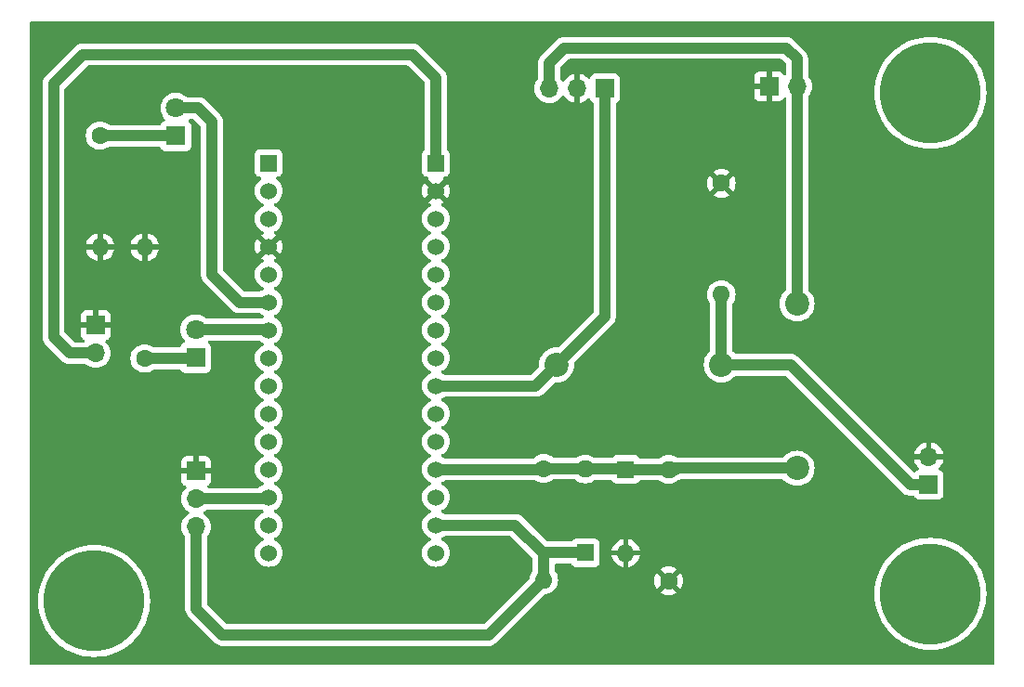
<source format=gbr>
%TF.GenerationSoftware,KiCad,Pcbnew,8.0.0*%
%TF.CreationDate,2024-05-29T15:57:02+02:00*%
%TF.ProjectId,FIR_filter_G431KB,4649525f-6669-46c7-9465-725f47343331,rev?*%
%TF.SameCoordinates,Original*%
%TF.FileFunction,Copper,L2,Bot*%
%TF.FilePolarity,Positive*%
%FSLAX46Y46*%
G04 Gerber Fmt 4.6, Leading zero omitted, Abs format (unit mm)*
G04 Created by KiCad (PCBNEW 8.0.0) date 2024-05-29 15:57:02*
%MOMM*%
%LPD*%
G01*
G04 APERTURE LIST*
%TA.AperFunction,ComponentPad*%
%ADD10C,1.600000*%
%TD*%
%TA.AperFunction,ComponentPad*%
%ADD11O,1.600000X1.600000*%
%TD*%
%TA.AperFunction,ComponentPad*%
%ADD12R,1.600000X1.600000*%
%TD*%
%TA.AperFunction,ComponentPad*%
%ADD13C,2.200000*%
%TD*%
%TA.AperFunction,ComponentPad*%
%ADD14R,1.530000X1.530000*%
%TD*%
%TA.AperFunction,ComponentPad*%
%ADD15C,1.530000*%
%TD*%
%TA.AperFunction,ComponentPad*%
%ADD16R,1.700000X1.700000*%
%TD*%
%TA.AperFunction,ComponentPad*%
%ADD17O,1.700000X1.700000*%
%TD*%
%TA.AperFunction,ComponentPad*%
%ADD18C,9.200000*%
%TD*%
%TA.AperFunction,ComponentPad*%
%ADD19R,1.800000X1.800000*%
%TD*%
%TA.AperFunction,ComponentPad*%
%ADD20C,1.800000*%
%TD*%
%TA.AperFunction,Conductor*%
%ADD21C,1.000000*%
%TD*%
G04 APERTURE END LIST*
D10*
%TO.P,R4,1*%
%TO.N,GND*%
X241300000Y-110550000D03*
D11*
%TO.P,R4,2*%
%TO.N,Net-(J5-Pin_1)*%
X241300000Y-120710000D03*
%TD*%
D10*
%TO.P,R3,1*%
%TO.N,Net-(D3-K)*%
X184700000Y-106200000D03*
D11*
%TO.P,R3,2*%
%TO.N,GND*%
X184700000Y-116360000D03*
%TD*%
D10*
%TO.P,R1,1*%
%TO.N,AN_IN*%
X225120000Y-136560000D03*
D11*
%TO.P,R1,2*%
%TO.N,3.3V*%
X225120000Y-146720000D03*
%TD*%
D12*
%TO.P,D1,1,K*%
%TO.N,3.3V*%
X228910000Y-144240000D03*
D11*
%TO.P,D1,2,A*%
%TO.N,AN_IN*%
X228910000Y-136620000D03*
%TD*%
D10*
%TO.P,R2,1*%
%TO.N,GND*%
X236500000Y-146800000D03*
D11*
%TO.P,R2,2*%
%TO.N,AN_IN*%
X236500000Y-136640000D03*
%TD*%
D10*
%TO.P,R5,1*%
%TO.N,Net-(D4-K)*%
X188770000Y-126530000D03*
D11*
%TO.P,R5,2*%
%TO.N,GND*%
X188770000Y-116370000D03*
%TD*%
D13*
%TO.P,C1,1*%
%TO.N,Analog_In*%
X248200000Y-121550000D03*
%TO.P,C1,2*%
%TO.N,AN_IN*%
X248200000Y-136550000D03*
%TD*%
D12*
%TO.P,D2,1,K*%
%TO.N,AN_IN*%
X232600000Y-136640000D03*
D11*
%TO.P,D2,2,A*%
%TO.N,GND*%
X232600000Y-144260000D03*
%TD*%
D14*
%TO.P,U1,CN3_1,PA9*%
%TO.N,unconnected-(U1A-PA9-PadCN3_1)*%
X200060000Y-108700000D03*
D15*
%TO.P,U1,CN3_2,PA10*%
%TO.N,unconnected-(U1A-PA10-PadCN3_2)*%
X200060000Y-111240000D03*
%TO.P,U1,CN3_3,NRST_CN3*%
%TO.N,unconnected-(U1A-NRST_CN3-PadCN3_3)*%
X200060000Y-113780000D03*
%TO.P,U1,CN3_4,GND_CN3*%
%TO.N,GND*%
X200060000Y-116320000D03*
%TO.P,U1,CN3_5,PA12*%
%TO.N,unconnected-(U1A-PA12-PadCN3_5)*%
X200060000Y-118860000D03*
%TO.P,U1,CN3_6,PB0*%
%TO.N,LED1*%
X200060000Y-121400000D03*
%TO.P,U1,CN3_7,PB7*%
%TO.N,LED2*%
X200060000Y-123940000D03*
%TO.P,U1,CN3_8,PB6*%
%TO.N,unconnected-(U1A-PB6-PadCN3_8)*%
X200060000Y-126480000D03*
%TO.P,U1,CN3_9,PB1*%
%TO.N,unconnected-(U1A-PB1-PadCN3_9)*%
X200060000Y-129020000D03*
%TO.P,U1,CN3_10,PC14*%
%TO.N,unconnected-(U1A-PC14-PadCN3_10)*%
X200060000Y-131560000D03*
%TO.P,U1,CN3_11,PC15*%
%TO.N,unconnected-(U1A-PC15-PadCN3_11)*%
X200060000Y-134100000D03*
%TO.P,U1,CN3_12,PA8*%
%TO.N,unconnected-(U1A-PA8-PadCN3_12)*%
X200060000Y-136640000D03*
%TO.P,U1,CN3_13,PA11*%
%TO.N,CHOICE*%
X200060000Y-139180000D03*
%TO.P,U1,CN3_14,PB5*%
%TO.N,unconnected-(U1A-PB5-PadCN3_14)*%
X200060000Y-141720000D03*
%TO.P,U1,CN3_15,PB4*%
%TO.N,unconnected-(U1A-PB4-PadCN3_15)*%
X200060000Y-144260000D03*
D14*
%TO.P,U1,CN4_1,VIN*%
%TO.N,Vin*%
X215300000Y-108700000D03*
D15*
%TO.P,U1,CN4_2,GND_CN4*%
%TO.N,GND*%
X215300000Y-111240000D03*
%TO.P,U1,CN4_3,NRST_CN4*%
%TO.N,unconnected-(U1B-NRST_CN4-PadCN4_3)*%
X215300000Y-113780000D03*
%TO.P,U1,CN4_4,+5V*%
%TO.N,5V*%
X215300000Y-116320000D03*
%TO.P,U1,CN4_5,PA2*%
%TO.N,unconnected-(U1B-PA2-PadCN4_5)*%
X215300000Y-118860000D03*
%TO.P,U1,CN4_6,PA7*%
%TO.N,unconnected-(U1B-PA7-PadCN4_6)*%
X215300000Y-121400000D03*
%TO.P,U1,CN4_7,PA6*%
%TO.N,unconnected-(U1B-PA6-PadCN4_7)*%
X215300000Y-123940000D03*
%TO.P,U1,CN4_8,PA5*%
%TO.N,unconnected-(U1B-PA5-PadCN4_8)*%
X215300000Y-126480000D03*
%TO.P,U1,CN4_9,PA4*%
%TO.N,DAC_OUT*%
X215300000Y-129020000D03*
%TO.P,U1,CN4_10,PA3*%
%TO.N,unconnected-(U1B-PA3-PadCN4_10)*%
X215300000Y-131560000D03*
%TO.P,U1,CN4_11,PA1*%
%TO.N,unconnected-(U1B-PA1-PadCN4_11)*%
X215300000Y-134100000D03*
%TO.P,U1,CN4_12,PA0*%
%TO.N,AN_IN*%
X215300000Y-136640000D03*
%TO.P,U1,CN4_13,AREF*%
%TO.N,unconnected-(U1B-AREF-PadCN4_13)*%
X215300000Y-139180000D03*
%TO.P,U1,CN4_14,+3V3*%
%TO.N,3.3V*%
X215300000Y-141720000D03*
%TO.P,U1,CN4_15,PB3*%
%TO.N,unconnected-(U1B-PB3-PadCN4_15)*%
X215300000Y-144260000D03*
%TD*%
D16*
%TO.P,J4,1,Pin_1*%
%TO.N,GND*%
X184300000Y-123500000D03*
D17*
%TO.P,J4,2,Pin_2*%
%TO.N,Vin*%
X184300000Y-126040000D03*
%TD*%
D13*
%TO.P,C2,1*%
%TO.N,DAC_OUT*%
X226300000Y-127100000D03*
%TO.P,C2,2*%
%TO.N,Net-(J5-Pin_1)*%
X241300000Y-127100000D03*
%TD*%
D18*
%TO.P,,1*%
%TO.N,N/C*%
X260350000Y-102300000D03*
%TD*%
D16*
%TO.P,J5,1,Pin_1*%
%TO.N,Net-(J5-Pin_1)*%
X260200000Y-138040000D03*
D17*
%TO.P,J5,2,Pin_2*%
%TO.N,GND*%
X260200000Y-135500000D03*
%TD*%
D16*
%TO.P,J1,1,Pin_1*%
%TO.N,GND*%
X193450000Y-136800000D03*
D17*
%TO.P,J1,2,Pin_2*%
%TO.N,CHOICE*%
X193450000Y-139340000D03*
%TO.P,J1,3,Pin_3*%
%TO.N,3.3V*%
X193450000Y-141880000D03*
%TD*%
D18*
%TO.P,REF\u002A\u002A,1*%
%TO.N,N/C*%
X260350000Y-148000000D03*
%TD*%
D19*
%TO.P,D3,1,K*%
%TO.N,Net-(D3-K)*%
X191600000Y-106240000D03*
D20*
%TO.P,D3,2,A*%
%TO.N,LED1*%
X191600000Y-103700000D03*
%TD*%
D16*
%TO.P,J2,1,Pin_1*%
%TO.N,DAC_OUT*%
X230700000Y-101900000D03*
D17*
%TO.P,J2,2,Pin_2*%
%TO.N,GND*%
X228160000Y-101900000D03*
%TO.P,J2,3,Pin_3*%
%TO.N,Analog_In*%
X225620000Y-101900000D03*
%TD*%
D18*
%TO.P,REF\u002A\u002A,1*%
%TO.N,N/C*%
X184150000Y-148650000D03*
%TD*%
D16*
%TO.P,J3,1,Pin_1*%
%TO.N,GND*%
X245660000Y-101700000D03*
D17*
%TO.P,J3,2,Pin_2*%
%TO.N,Analog_In*%
X248200000Y-101700000D03*
%TD*%
D19*
%TO.P,D4,1,K*%
%TO.N,Net-(D4-K)*%
X193400000Y-126440000D03*
D20*
%TO.P,D4,2,A*%
%TO.N,LED2*%
X193400000Y-123900000D03*
%TD*%
D21*
%TO.N,DAC_OUT*%
X230700000Y-122700000D02*
X230700000Y-101900000D01*
X224380000Y-129020000D02*
X226300000Y-127100000D01*
X226300000Y-127100000D02*
X230700000Y-122700000D01*
X215300000Y-129020000D02*
X224380000Y-129020000D01*
%TO.N,CHOICE*%
X199900000Y-139340000D02*
X200060000Y-139180000D01*
X193450000Y-139340000D02*
X199900000Y-139340000D01*
%TO.N,Analog_In*%
X248200000Y-99200000D02*
X248200000Y-101700000D01*
X225620000Y-101900000D02*
X225620000Y-99580000D01*
X227000000Y-98200000D02*
X247200000Y-98200000D01*
X247200000Y-98200000D02*
X248200000Y-99200000D01*
X248200000Y-101700000D02*
X248200000Y-121550000D01*
X225620000Y-99580000D02*
X227000000Y-98200000D01*
%TO.N,3.3V*%
X193450000Y-141880000D02*
X193450000Y-149350000D01*
X222520000Y-141720000D02*
X225120000Y-144320000D01*
X225120000Y-144320000D02*
X225200000Y-144240000D01*
X225120000Y-146730000D02*
X225120000Y-146720000D01*
X225200000Y-144240000D02*
X228910000Y-144240000D01*
X215300000Y-141720000D02*
X222520000Y-141720000D01*
X195850000Y-151750000D02*
X220100000Y-151750000D01*
X225120000Y-144320000D02*
X225120000Y-146720000D01*
X220100000Y-151750000D02*
X225120000Y-146730000D01*
X193450000Y-149350000D02*
X195850000Y-151750000D01*
%TO.N,Net-(D4-K)*%
X193310000Y-126530000D02*
X193400000Y-126440000D01*
X188770000Y-126530000D02*
X193310000Y-126530000D01*
%TO.N,Net-(J5-Pin_1)*%
X247600000Y-127100000D02*
X241300000Y-127100000D01*
X241300000Y-120710000D02*
X241300000Y-127100000D01*
X260200000Y-138040000D02*
X258540000Y-138040000D01*
X258540000Y-138040000D02*
X247600000Y-127100000D01*
%TO.N,LED1*%
X193650000Y-103700000D02*
X191600000Y-103700000D01*
X194900000Y-104950000D02*
X193650000Y-103700000D01*
X197400000Y-121400000D02*
X200060000Y-121400000D01*
X194900000Y-104950000D02*
X194900000Y-118900000D01*
X194900000Y-118900000D02*
X197400000Y-121400000D01*
%TO.N,Net-(D3-K)*%
X184740000Y-106240000D02*
X191600000Y-106240000D01*
X184700000Y-106200000D02*
X184740000Y-106240000D01*
%TO.N,AN_IN*%
X215300000Y-136640000D02*
X225040000Y-136640000D01*
X237250000Y-136550000D02*
X248200000Y-136550000D01*
X232580000Y-136620000D02*
X232600000Y-136640000D01*
X228850000Y-136560000D02*
X228910000Y-136620000D01*
X236500000Y-136640000D02*
X237160000Y-136640000D01*
X225040000Y-136640000D02*
X225120000Y-136560000D01*
X237160000Y-136640000D02*
X237250000Y-136550000D01*
X225120000Y-136560000D02*
X228850000Y-136560000D01*
X232600000Y-136640000D02*
X236500000Y-136640000D01*
X228910000Y-136620000D02*
X232580000Y-136620000D01*
%TO.N,Vin*%
X213150000Y-98800000D02*
X215300000Y-100950000D01*
X180450000Y-101500000D02*
X183150000Y-98800000D01*
X184300000Y-126040000D02*
X181940000Y-126040000D01*
X183150000Y-98800000D02*
X213150000Y-98800000D01*
X181940000Y-126040000D02*
X180450000Y-124550000D01*
X215300000Y-100950000D02*
X215300000Y-108700000D01*
X180450000Y-124550000D02*
X180450000Y-101500000D01*
%TO.N,LED2*%
X193400000Y-123900000D02*
X200020000Y-123900000D01*
X200020000Y-123900000D02*
X200060000Y-123940000D01*
%TD*%
%TA.AperFunction,Conductor*%
%TO.N,GND*%
G36*
X266142539Y-95820185D02*
G01*
X266188294Y-95872989D01*
X266199500Y-95924500D01*
X266199500Y-154375500D01*
X266179815Y-154442539D01*
X266127011Y-154488294D01*
X266075500Y-154499500D01*
X178424500Y-154499500D01*
X178357461Y-154479815D01*
X178311706Y-154427011D01*
X178300500Y-154375500D01*
X178300500Y-148650000D01*
X179044641Y-148650000D01*
X179064067Y-149094959D01*
X179122201Y-149536523D01*
X179122202Y-149536532D01*
X179218603Y-149971369D01*
X179352533Y-150396139D01*
X179352538Y-150396152D01*
X179522974Y-150807622D01*
X179728623Y-151202670D01*
X179967937Y-151578318D01*
X180239062Y-151931655D01*
X180239066Y-151931660D01*
X180539965Y-152260033D01*
X180539966Y-152260034D01*
X180868339Y-152560933D01*
X180868344Y-152560937D01*
X181221681Y-152832062D01*
X181221686Y-152832065D01*
X181597320Y-153071371D01*
X181597330Y-153071376D01*
X181597329Y-153071376D01*
X181992377Y-153277025D01*
X181992382Y-153277027D01*
X182403864Y-153447468D01*
X182828636Y-153581398D01*
X183263464Y-153677797D01*
X183705039Y-153735932D01*
X184150000Y-153755359D01*
X184594961Y-153735932D01*
X185036536Y-153677797D01*
X185471364Y-153581398D01*
X185896136Y-153447468D01*
X186307618Y-153277027D01*
X186702680Y-153071371D01*
X187078314Y-152832065D01*
X187431662Y-152560932D01*
X187760034Y-152260034D01*
X188060932Y-151931662D01*
X188332065Y-151578314D01*
X188571371Y-151202680D01*
X188777027Y-150807618D01*
X188947468Y-150396136D01*
X189081398Y-149971364D01*
X189177797Y-149536536D01*
X189235932Y-149094961D01*
X189255359Y-148650000D01*
X189235932Y-148205039D01*
X189177797Y-147763464D01*
X189081398Y-147328636D01*
X188947468Y-146903864D01*
X188810581Y-146573389D01*
X188777025Y-146492377D01*
X188571376Y-146097330D01*
X188571374Y-146097327D01*
X188571371Y-146097321D01*
X188332065Y-145721686D01*
X188332062Y-145721681D01*
X188060937Y-145368344D01*
X188060933Y-145368339D01*
X187760034Y-145039966D01*
X187760033Y-145039965D01*
X187431660Y-144739066D01*
X187431655Y-144739062D01*
X187078318Y-144467937D01*
X186834583Y-144312661D01*
X186702680Y-144228629D01*
X186702671Y-144228624D01*
X186702669Y-144228623D01*
X186702670Y-144228623D01*
X186307622Y-144022974D01*
X185896152Y-143852538D01*
X185896139Y-143852533D01*
X185471369Y-143718603D01*
X185036532Y-143622202D01*
X185036523Y-143622201D01*
X184594959Y-143564067D01*
X184150000Y-143544641D01*
X183705040Y-143564067D01*
X183263476Y-143622201D01*
X183263467Y-143622202D01*
X182828630Y-143718603D01*
X182403860Y-143852533D01*
X182403847Y-143852538D01*
X181992377Y-144022974D01*
X181597330Y-144228623D01*
X181221681Y-144467937D01*
X180868344Y-144739062D01*
X180868339Y-144739066D01*
X180539966Y-145039965D01*
X180539965Y-145039966D01*
X180239066Y-145368339D01*
X180239062Y-145368344D01*
X179967937Y-145721681D01*
X179728623Y-146097330D01*
X179522974Y-146492377D01*
X179352538Y-146903847D01*
X179352533Y-146903860D01*
X179218603Y-147328630D01*
X179122202Y-147763467D01*
X179122201Y-147763476D01*
X179064067Y-148205040D01*
X179044641Y-148650000D01*
X178300500Y-148650000D01*
X178300500Y-124648544D01*
X179449500Y-124648544D01*
X179487947Y-124841829D01*
X179487950Y-124841839D01*
X179497944Y-124865965D01*
X179497945Y-124865968D01*
X179563368Y-125023914D01*
X179563369Y-125023917D01*
X179672860Y-125187781D01*
X179672863Y-125187785D01*
X179816537Y-125331459D01*
X179816559Y-125331479D01*
X181159735Y-126674655D01*
X181159764Y-126674686D01*
X181302214Y-126817136D01*
X181302218Y-126817139D01*
X181466079Y-126926628D01*
X181466092Y-126926635D01*
X181586468Y-126976496D01*
X181586469Y-126976496D01*
X181648164Y-127002051D01*
X181744812Y-127021275D01*
X181793135Y-127030887D01*
X181841458Y-127040500D01*
X181841459Y-127040500D01*
X181841460Y-127040500D01*
X182038540Y-127040500D01*
X183339242Y-127040500D01*
X183406281Y-127060185D01*
X183426923Y-127076819D01*
X183428599Y-127078495D01*
X183480969Y-127115165D01*
X183622165Y-127214032D01*
X183622167Y-127214033D01*
X183622170Y-127214035D01*
X183836337Y-127313903D01*
X184064592Y-127375063D01*
X184252918Y-127391539D01*
X184299999Y-127395659D01*
X184300000Y-127395659D01*
X184300001Y-127395659D01*
X184339234Y-127392226D01*
X184535408Y-127375063D01*
X184763663Y-127313903D01*
X184977830Y-127214035D01*
X185171401Y-127078495D01*
X185338495Y-126911401D01*
X185474035Y-126717830D01*
X185573903Y-126503663D01*
X185635063Y-126275408D01*
X185655659Y-126040000D01*
X185635063Y-125804592D01*
X185573903Y-125576337D01*
X185474035Y-125362171D01*
X185452544Y-125331479D01*
X185338496Y-125168600D01*
X185293662Y-125123766D01*
X185216179Y-125046283D01*
X185182696Y-124984963D01*
X185187680Y-124915271D01*
X185229551Y-124859337D01*
X185260529Y-124842422D01*
X185392086Y-124793354D01*
X185392093Y-124793350D01*
X185507187Y-124707190D01*
X185507190Y-124707187D01*
X185593350Y-124592093D01*
X185593354Y-124592086D01*
X185643596Y-124457379D01*
X185643598Y-124457372D01*
X185649999Y-124397844D01*
X185650000Y-124397827D01*
X185650000Y-123750000D01*
X184733012Y-123750000D01*
X184765925Y-123692993D01*
X184800000Y-123565826D01*
X184800000Y-123434174D01*
X184765925Y-123307007D01*
X184733012Y-123250000D01*
X185650000Y-123250000D01*
X185650000Y-122602172D01*
X185649999Y-122602155D01*
X185643598Y-122542627D01*
X185643596Y-122542620D01*
X185593354Y-122407913D01*
X185593350Y-122407906D01*
X185507190Y-122292812D01*
X185507187Y-122292809D01*
X185392093Y-122206649D01*
X185392086Y-122206645D01*
X185257379Y-122156403D01*
X185257372Y-122156401D01*
X185197844Y-122150000D01*
X184550000Y-122150000D01*
X184550000Y-123066988D01*
X184492993Y-123034075D01*
X184365826Y-123000000D01*
X184234174Y-123000000D01*
X184107007Y-123034075D01*
X184050000Y-123066988D01*
X184050000Y-122150000D01*
X183402155Y-122150000D01*
X183342627Y-122156401D01*
X183342620Y-122156403D01*
X183207913Y-122206645D01*
X183207906Y-122206649D01*
X183092812Y-122292809D01*
X183092809Y-122292812D01*
X183006649Y-122407906D01*
X183006645Y-122407913D01*
X182956403Y-122542620D01*
X182956401Y-122542627D01*
X182950000Y-122602155D01*
X182950000Y-123250000D01*
X183866988Y-123250000D01*
X183834075Y-123307007D01*
X183800000Y-123434174D01*
X183800000Y-123565826D01*
X183834075Y-123692993D01*
X183866988Y-123750000D01*
X182950000Y-123750000D01*
X182950000Y-124397844D01*
X182956401Y-124457372D01*
X182956403Y-124457379D01*
X183006645Y-124592086D01*
X183006649Y-124592093D01*
X183092809Y-124707187D01*
X183092812Y-124707190D01*
X183207906Y-124793350D01*
X183207913Y-124793354D01*
X183223903Y-124799318D01*
X183279837Y-124841189D01*
X183304254Y-124906653D01*
X183289403Y-124974926D01*
X183239998Y-125024332D01*
X183180570Y-125039500D01*
X182405782Y-125039500D01*
X182338743Y-125019815D01*
X182318101Y-125003181D01*
X181486819Y-124171899D01*
X181453334Y-124110576D01*
X181450500Y-124084218D01*
X181450500Y-116109999D01*
X183421127Y-116109999D01*
X183421128Y-116110000D01*
X184384314Y-116110000D01*
X184379920Y-116114394D01*
X184327259Y-116205606D01*
X184300000Y-116307339D01*
X184300000Y-116412661D01*
X184327259Y-116514394D01*
X184379920Y-116605606D01*
X184384314Y-116610000D01*
X183421128Y-116610000D01*
X183473730Y-116806317D01*
X183473734Y-116806326D01*
X183569865Y-117012482D01*
X183700342Y-117198820D01*
X183861179Y-117359657D01*
X184047517Y-117490134D01*
X184253673Y-117586265D01*
X184253682Y-117586269D01*
X184449999Y-117638872D01*
X184450000Y-117638871D01*
X184450000Y-116675686D01*
X184454394Y-116680080D01*
X184545606Y-116732741D01*
X184647339Y-116760000D01*
X184752661Y-116760000D01*
X184854394Y-116732741D01*
X184945606Y-116680080D01*
X184950000Y-116675686D01*
X184950000Y-117638872D01*
X185146317Y-117586269D01*
X185146326Y-117586265D01*
X185352482Y-117490134D01*
X185538820Y-117359657D01*
X185699657Y-117198820D01*
X185830134Y-117012482D01*
X185926265Y-116806326D01*
X185926269Y-116806317D01*
X185978872Y-116610000D01*
X185015686Y-116610000D01*
X185020080Y-116605606D01*
X185072741Y-116514394D01*
X185100000Y-116412661D01*
X185100000Y-116307339D01*
X185072741Y-116205606D01*
X185023316Y-116119999D01*
X187491127Y-116119999D01*
X187491128Y-116120000D01*
X188454314Y-116120000D01*
X188449920Y-116124394D01*
X188397259Y-116215606D01*
X188370000Y-116317339D01*
X188370000Y-116422661D01*
X188397259Y-116524394D01*
X188449920Y-116615606D01*
X188454314Y-116620000D01*
X187491128Y-116620000D01*
X187543730Y-116816317D01*
X187543734Y-116816326D01*
X187639865Y-117022482D01*
X187770342Y-117208820D01*
X187931179Y-117369657D01*
X188117517Y-117500134D01*
X188323673Y-117596265D01*
X188323682Y-117596269D01*
X188519999Y-117648872D01*
X188520000Y-117648871D01*
X188520000Y-116685686D01*
X188524394Y-116690080D01*
X188615606Y-116742741D01*
X188717339Y-116770000D01*
X188822661Y-116770000D01*
X188924394Y-116742741D01*
X189015606Y-116690080D01*
X189020000Y-116685686D01*
X189020000Y-117648872D01*
X189216317Y-117596269D01*
X189216326Y-117596265D01*
X189422482Y-117500134D01*
X189608820Y-117369657D01*
X189769657Y-117208820D01*
X189900134Y-117022482D01*
X189996265Y-116816326D01*
X189996269Y-116816317D01*
X190048872Y-116620000D01*
X189085686Y-116620000D01*
X189090080Y-116615606D01*
X189142741Y-116524394D01*
X189170000Y-116422661D01*
X189170000Y-116317339D01*
X189142741Y-116215606D01*
X189090080Y-116124394D01*
X189085686Y-116120000D01*
X190048872Y-116120000D01*
X190048872Y-116119999D01*
X189996269Y-115923682D01*
X189996265Y-115923673D01*
X189900134Y-115717517D01*
X189769657Y-115531179D01*
X189608820Y-115370342D01*
X189422482Y-115239865D01*
X189216328Y-115143734D01*
X189020000Y-115091127D01*
X189020000Y-116054314D01*
X189015606Y-116049920D01*
X188924394Y-115997259D01*
X188822661Y-115970000D01*
X188717339Y-115970000D01*
X188615606Y-115997259D01*
X188524394Y-116049920D01*
X188520000Y-116054314D01*
X188520000Y-115091127D01*
X188323671Y-115143734D01*
X188117517Y-115239865D01*
X187931179Y-115370342D01*
X187770342Y-115531179D01*
X187639865Y-115717517D01*
X187543734Y-115923673D01*
X187543730Y-115923682D01*
X187491127Y-116119999D01*
X185023316Y-116119999D01*
X185020080Y-116114394D01*
X185015686Y-116110000D01*
X185978872Y-116110000D01*
X185978872Y-116109999D01*
X185926269Y-115913682D01*
X185926265Y-115913673D01*
X185830134Y-115707517D01*
X185699657Y-115521179D01*
X185538820Y-115360342D01*
X185352482Y-115229865D01*
X185146328Y-115133734D01*
X184950000Y-115081127D01*
X184950000Y-116044314D01*
X184945606Y-116039920D01*
X184854394Y-115987259D01*
X184752661Y-115960000D01*
X184647339Y-115960000D01*
X184545606Y-115987259D01*
X184454394Y-116039920D01*
X184450000Y-116044314D01*
X184450000Y-115081127D01*
X184253671Y-115133734D01*
X184047517Y-115229865D01*
X183861179Y-115360342D01*
X183700342Y-115521179D01*
X183569865Y-115707517D01*
X183473734Y-115913673D01*
X183473730Y-115913682D01*
X183421127Y-116109999D01*
X181450500Y-116109999D01*
X181450500Y-101965782D01*
X181470185Y-101898743D01*
X181486819Y-101878101D01*
X183528102Y-99836819D01*
X183589425Y-99803334D01*
X183615783Y-99800500D01*
X212684218Y-99800500D01*
X212751257Y-99820185D01*
X212771899Y-99836819D01*
X214263181Y-101328101D01*
X214296666Y-101389424D01*
X214299500Y-101415782D01*
X214299500Y-107424020D01*
X214279815Y-107491059D01*
X214249812Y-107523286D01*
X214177452Y-107577455D01*
X214091206Y-107692664D01*
X214091202Y-107692671D01*
X214040908Y-107827517D01*
X214034501Y-107887116D01*
X214034501Y-107887123D01*
X214034500Y-107887135D01*
X214034500Y-109512870D01*
X214034501Y-109512876D01*
X214040908Y-109572483D01*
X214091202Y-109707328D01*
X214091206Y-109707335D01*
X214177452Y-109822544D01*
X214177455Y-109822547D01*
X214292664Y-109908793D01*
X214292671Y-109908797D01*
X214427517Y-109959091D01*
X214427516Y-109959091D01*
X214434444Y-109959835D01*
X214487127Y-109965500D01*
X214521434Y-109965499D01*
X214588471Y-109985182D01*
X214634227Y-110037985D01*
X214644172Y-110107143D01*
X214615149Y-110170699D01*
X214599793Y-110184548D01*
X214599656Y-110186103D01*
X215162424Y-110748871D01*
X215103147Y-110764755D01*
X214986853Y-110831898D01*
X214891898Y-110926853D01*
X214824755Y-111043147D01*
X214808872Y-111102424D01*
X214246104Y-110539657D01*
X214200293Y-110605084D01*
X214106749Y-110805690D01*
X214106745Y-110805699D01*
X214049461Y-111019490D01*
X214049459Y-111019500D01*
X214030168Y-111239999D01*
X214030168Y-111240000D01*
X214049459Y-111460499D01*
X214049461Y-111460509D01*
X214106745Y-111674300D01*
X214106749Y-111674309D01*
X214200295Y-111874919D01*
X214246103Y-111940341D01*
X214246105Y-111940342D01*
X214808871Y-111377575D01*
X214824755Y-111436853D01*
X214891898Y-111553147D01*
X214986853Y-111648102D01*
X215103147Y-111715245D01*
X215162424Y-111731128D01*
X214599656Y-112293894D01*
X214665083Y-112339706D01*
X214665085Y-112339707D01*
X214788683Y-112397342D01*
X214841122Y-112443514D01*
X214860274Y-112510708D01*
X214840058Y-112577589D01*
X214788683Y-112622106D01*
X214664833Y-112679857D01*
X214483444Y-112806868D01*
X214326868Y-112963444D01*
X214199857Y-113144834D01*
X214199856Y-113144836D01*
X214106279Y-113345513D01*
X214106275Y-113345524D01*
X214048965Y-113559407D01*
X214048964Y-113559414D01*
X214029666Y-113779998D01*
X214029666Y-113780001D01*
X214048964Y-114000585D01*
X214048965Y-114000592D01*
X214106275Y-114214475D01*
X214106279Y-114214486D01*
X214199856Y-114415163D01*
X214199858Y-114415167D01*
X214326868Y-114596555D01*
X214483445Y-114753132D01*
X214664833Y-114880142D01*
X214726828Y-114909050D01*
X214788091Y-114937618D01*
X214840531Y-114983790D01*
X214859683Y-115050983D01*
X214839467Y-115117865D01*
X214788091Y-115162382D01*
X214664836Y-115219856D01*
X214664834Y-115219857D01*
X214483444Y-115346868D01*
X214326868Y-115503444D01*
X214199857Y-115684834D01*
X214199856Y-115684836D01*
X214106279Y-115885513D01*
X214106275Y-115885524D01*
X214048965Y-116099407D01*
X214048964Y-116099414D01*
X214029666Y-116319998D01*
X214029666Y-116320001D01*
X214048964Y-116540585D01*
X214048965Y-116540592D01*
X214106275Y-116754475D01*
X214106279Y-116754486D01*
X214141492Y-116830000D01*
X214199858Y-116955167D01*
X214326868Y-117136555D01*
X214483445Y-117293132D01*
X214664833Y-117420142D01*
X214726828Y-117449050D01*
X214788091Y-117477618D01*
X214840531Y-117523790D01*
X214859683Y-117590983D01*
X214839467Y-117657865D01*
X214788091Y-117702382D01*
X214664836Y-117759856D01*
X214664834Y-117759857D01*
X214483444Y-117886868D01*
X214326868Y-118043444D01*
X214199857Y-118224834D01*
X214199856Y-118224836D01*
X214106279Y-118425513D01*
X214106275Y-118425524D01*
X214048965Y-118639407D01*
X214048964Y-118639414D01*
X214029666Y-118859998D01*
X214029666Y-118860001D01*
X214048964Y-119080585D01*
X214048965Y-119080592D01*
X214106275Y-119294475D01*
X214106279Y-119294486D01*
X214166843Y-119424366D01*
X214199858Y-119495167D01*
X214326868Y-119676555D01*
X214483445Y-119833132D01*
X214664833Y-119960142D01*
X214726828Y-119989050D01*
X214788091Y-120017618D01*
X214840531Y-120063790D01*
X214859683Y-120130983D01*
X214839467Y-120197865D01*
X214788091Y-120242382D01*
X214664836Y-120299856D01*
X214664834Y-120299857D01*
X214483444Y-120426868D01*
X214326868Y-120583444D01*
X214199857Y-120764834D01*
X214199856Y-120764836D01*
X214106279Y-120965513D01*
X214106275Y-120965524D01*
X214048965Y-121179407D01*
X214048964Y-121179414D01*
X214029666Y-121399998D01*
X214029666Y-121400001D01*
X214048964Y-121620585D01*
X214048965Y-121620592D01*
X214106275Y-121834475D01*
X214106279Y-121834486D01*
X214199619Y-122034655D01*
X214199858Y-122035167D01*
X214326868Y-122216555D01*
X214483445Y-122373132D01*
X214664833Y-122500142D01*
X214726828Y-122529050D01*
X214788091Y-122557618D01*
X214840531Y-122603790D01*
X214859683Y-122670983D01*
X214839467Y-122737865D01*
X214788091Y-122782382D01*
X214664836Y-122839856D01*
X214664834Y-122839857D01*
X214483444Y-122966868D01*
X214326868Y-123123444D01*
X214199857Y-123304834D01*
X214199856Y-123304836D01*
X214106279Y-123505513D01*
X214106275Y-123505524D01*
X214048965Y-123719407D01*
X214048964Y-123719414D01*
X214029666Y-123939998D01*
X214029666Y-123940001D01*
X214048964Y-124160585D01*
X214048965Y-124160592D01*
X214106275Y-124374475D01*
X214106279Y-124374486D01*
X214144933Y-124457379D01*
X214199858Y-124575167D01*
X214326868Y-124756555D01*
X214483445Y-124913132D01*
X214664833Y-125040142D01*
X214720880Y-125066277D01*
X214788091Y-125097618D01*
X214840531Y-125143790D01*
X214859683Y-125210983D01*
X214839467Y-125277865D01*
X214788091Y-125322382D01*
X214664836Y-125379856D01*
X214664834Y-125379857D01*
X214483444Y-125506868D01*
X214326868Y-125663444D01*
X214199857Y-125844834D01*
X214199856Y-125844836D01*
X214106279Y-126045513D01*
X214106275Y-126045524D01*
X214048965Y-126259407D01*
X214048964Y-126259414D01*
X214029666Y-126479998D01*
X214029666Y-126480001D01*
X214048964Y-126700585D01*
X214048965Y-126700592D01*
X214106275Y-126914475D01*
X214106279Y-126914486D01*
X214199856Y-127115163D01*
X214199858Y-127115167D01*
X214326868Y-127296555D01*
X214483445Y-127453132D01*
X214664833Y-127580142D01*
X214699077Y-127596110D01*
X214788091Y-127637618D01*
X214840531Y-127683790D01*
X214859683Y-127750983D01*
X214839467Y-127817865D01*
X214788091Y-127862382D01*
X214664836Y-127919856D01*
X214664834Y-127919857D01*
X214483444Y-128046868D01*
X214326868Y-128203444D01*
X214199857Y-128384834D01*
X214199856Y-128384836D01*
X214106279Y-128585513D01*
X214106275Y-128585524D01*
X214048965Y-128799407D01*
X214048964Y-128799414D01*
X214029666Y-129019998D01*
X214029666Y-129020001D01*
X214048964Y-129240585D01*
X214048965Y-129240592D01*
X214106275Y-129454475D01*
X214106279Y-129454486D01*
X214199856Y-129655163D01*
X214199858Y-129655167D01*
X214326868Y-129836555D01*
X214483445Y-129993132D01*
X214664833Y-130120142D01*
X214726828Y-130149050D01*
X214788091Y-130177618D01*
X214840531Y-130223790D01*
X214859683Y-130290983D01*
X214839467Y-130357865D01*
X214788091Y-130402382D01*
X214664836Y-130459856D01*
X214664834Y-130459857D01*
X214483444Y-130586868D01*
X214326868Y-130743444D01*
X214199857Y-130924834D01*
X214199856Y-130924836D01*
X214106279Y-131125513D01*
X214106275Y-131125524D01*
X214048965Y-131339407D01*
X214048964Y-131339414D01*
X214029666Y-131559998D01*
X214029666Y-131560001D01*
X214048964Y-131780585D01*
X214048965Y-131780592D01*
X214106275Y-131994475D01*
X214106279Y-131994486D01*
X214199856Y-132195163D01*
X214199858Y-132195167D01*
X214326868Y-132376555D01*
X214483445Y-132533132D01*
X214664833Y-132660142D01*
X214726828Y-132689050D01*
X214788091Y-132717618D01*
X214840531Y-132763790D01*
X214859683Y-132830983D01*
X214839467Y-132897865D01*
X214788091Y-132942382D01*
X214664836Y-132999856D01*
X214664834Y-132999857D01*
X214483444Y-133126868D01*
X214326868Y-133283444D01*
X214199857Y-133464834D01*
X214199856Y-133464836D01*
X214106279Y-133665513D01*
X214106275Y-133665524D01*
X214048965Y-133879407D01*
X214048964Y-133879414D01*
X214029666Y-134099998D01*
X214029666Y-134100001D01*
X214048964Y-134320585D01*
X214048965Y-134320592D01*
X214106275Y-134534475D01*
X214106279Y-134534486D01*
X214150317Y-134628926D01*
X214199858Y-134735167D01*
X214326868Y-134916555D01*
X214483445Y-135073132D01*
X214664833Y-135200142D01*
X214726828Y-135229050D01*
X214788091Y-135257618D01*
X214840531Y-135303790D01*
X214859683Y-135370983D01*
X214839467Y-135437865D01*
X214788091Y-135482382D01*
X214664836Y-135539856D01*
X214664834Y-135539857D01*
X214483444Y-135666868D01*
X214326868Y-135823444D01*
X214199857Y-136004834D01*
X214199856Y-136004836D01*
X214106279Y-136205513D01*
X214106275Y-136205524D01*
X214048965Y-136419407D01*
X214048964Y-136419414D01*
X214029666Y-136639998D01*
X214029666Y-136640001D01*
X214048964Y-136860585D01*
X214048965Y-136860592D01*
X214106275Y-137074475D01*
X214106279Y-137074486D01*
X214195548Y-137265925D01*
X214199858Y-137275167D01*
X214326868Y-137456555D01*
X214483445Y-137613132D01*
X214664833Y-137740142D01*
X214726828Y-137769050D01*
X214788091Y-137797618D01*
X214840531Y-137843790D01*
X214859683Y-137910983D01*
X214839467Y-137977865D01*
X214788091Y-138022382D01*
X214664836Y-138079856D01*
X214664834Y-138079857D01*
X214483444Y-138206868D01*
X214326868Y-138363444D01*
X214199857Y-138544834D01*
X214199856Y-138544836D01*
X214106279Y-138745513D01*
X214106275Y-138745524D01*
X214048965Y-138959407D01*
X214048964Y-138959414D01*
X214029666Y-139179998D01*
X214029666Y-139180001D01*
X214048964Y-139400585D01*
X214048965Y-139400592D01*
X214106275Y-139614475D01*
X214106279Y-139614486D01*
X214194494Y-139803664D01*
X214199858Y-139815167D01*
X214326868Y-139996555D01*
X214483445Y-140153132D01*
X214664833Y-140280142D01*
X214726828Y-140309050D01*
X214788091Y-140337618D01*
X214840531Y-140383790D01*
X214859683Y-140450983D01*
X214839467Y-140517865D01*
X214788091Y-140562382D01*
X214664836Y-140619856D01*
X214664834Y-140619857D01*
X214483444Y-140746868D01*
X214326868Y-140903444D01*
X214199857Y-141084834D01*
X214199856Y-141084836D01*
X214106279Y-141285513D01*
X214106275Y-141285524D01*
X214048965Y-141499407D01*
X214048964Y-141499414D01*
X214029666Y-141719998D01*
X214029666Y-141720001D01*
X214048964Y-141940585D01*
X214048965Y-141940592D01*
X214106275Y-142154475D01*
X214106279Y-142154486D01*
X214194494Y-142343664D01*
X214199858Y-142355167D01*
X214326868Y-142536555D01*
X214483445Y-142693132D01*
X214664833Y-142820142D01*
X214709045Y-142840758D01*
X214788091Y-142877618D01*
X214840531Y-142923790D01*
X214859683Y-142990983D01*
X214839467Y-143057865D01*
X214788091Y-143102382D01*
X214664836Y-143159856D01*
X214664834Y-143159857D01*
X214483444Y-143286868D01*
X214326868Y-143443444D01*
X214199857Y-143624834D01*
X214199856Y-143624836D01*
X214106279Y-143825513D01*
X214106275Y-143825524D01*
X214048965Y-144039407D01*
X214048964Y-144039414D01*
X214029666Y-144259998D01*
X214029666Y-144260001D01*
X214048964Y-144480585D01*
X214048965Y-144480592D01*
X214106275Y-144694475D01*
X214106279Y-144694486D01*
X214148851Y-144785782D01*
X214199858Y-144895167D01*
X214326868Y-145076555D01*
X214483445Y-145233132D01*
X214664833Y-145360142D01*
X214729152Y-145390134D01*
X214865513Y-145453720D01*
X214865515Y-145453720D01*
X214865520Y-145453723D01*
X215079409Y-145511035D01*
X215236974Y-145524820D01*
X215299998Y-145530334D01*
X215300000Y-145530334D01*
X215300002Y-145530334D01*
X215355147Y-145525509D01*
X215520591Y-145511035D01*
X215734480Y-145453723D01*
X215935167Y-145360142D01*
X216116555Y-145233132D01*
X216273132Y-145076555D01*
X216400142Y-144895167D01*
X216493723Y-144694480D01*
X216551035Y-144480591D01*
X216570334Y-144260000D01*
X216567589Y-144228629D01*
X216556826Y-144105606D01*
X216551035Y-144039409D01*
X216493723Y-143825520D01*
X216400142Y-143624833D01*
X216273132Y-143443445D01*
X216116555Y-143286868D01*
X215935167Y-143159858D01*
X215811907Y-143102381D01*
X215759468Y-143056210D01*
X215740316Y-142989017D01*
X215760531Y-142922136D01*
X215811908Y-142877618D01*
X215935167Y-142820142D01*
X216001466Y-142773719D01*
X216045445Y-142742925D01*
X216111651Y-142720598D01*
X216116568Y-142720500D01*
X222054218Y-142720500D01*
X222121257Y-142740185D01*
X222141899Y-142756819D01*
X224083181Y-144698101D01*
X224116666Y-144759424D01*
X224119500Y-144785782D01*
X224119500Y-145842410D01*
X224099815Y-145909449D01*
X224097076Y-145913532D01*
X223989431Y-146067267D01*
X223893261Y-146273502D01*
X223893258Y-146273511D01*
X223834366Y-146493302D01*
X223834364Y-146493312D01*
X223828000Y-146566053D01*
X223802547Y-146631121D01*
X223792153Y-146642925D01*
X219721899Y-150713181D01*
X219660576Y-150746666D01*
X219634218Y-150749500D01*
X196315783Y-150749500D01*
X196248744Y-150729815D01*
X196228102Y-150713181D01*
X194486819Y-148971898D01*
X194453334Y-148910575D01*
X194450500Y-148884217D01*
X194450500Y-142840758D01*
X194470185Y-142773719D01*
X194486819Y-142753077D01*
X194488495Y-142751401D01*
X194624035Y-142557830D01*
X194723903Y-142343663D01*
X194785063Y-142115408D01*
X194805659Y-141880000D01*
X194785063Y-141644592D01*
X194723903Y-141416337D01*
X194624035Y-141202171D01*
X194544993Y-141089286D01*
X194488494Y-141008597D01*
X194321402Y-140841506D01*
X194321396Y-140841501D01*
X194135842Y-140711575D01*
X194092217Y-140656998D01*
X194085023Y-140587500D01*
X194116546Y-140525145D01*
X194135842Y-140508425D01*
X194173371Y-140482147D01*
X194321401Y-140378495D01*
X194323077Y-140376819D01*
X194323995Y-140376317D01*
X194325544Y-140375018D01*
X194325805Y-140375329D01*
X194384400Y-140343334D01*
X194410758Y-140340500D01*
X199464592Y-140340500D01*
X199531631Y-140360185D01*
X199577386Y-140412989D01*
X199587330Y-140482147D01*
X199558305Y-140545703D01*
X199516996Y-140576882D01*
X199424836Y-140619856D01*
X199424834Y-140619857D01*
X199243444Y-140746868D01*
X199086868Y-140903444D01*
X198959857Y-141084834D01*
X198959856Y-141084836D01*
X198866279Y-141285513D01*
X198866275Y-141285524D01*
X198808965Y-141499407D01*
X198808964Y-141499414D01*
X198789666Y-141719998D01*
X198789666Y-141720001D01*
X198808964Y-141940585D01*
X198808965Y-141940592D01*
X198866275Y-142154475D01*
X198866279Y-142154486D01*
X198954494Y-142343664D01*
X198959858Y-142355167D01*
X199086868Y-142536555D01*
X199243445Y-142693132D01*
X199424833Y-142820142D01*
X199469045Y-142840758D01*
X199548091Y-142877618D01*
X199600531Y-142923790D01*
X199619683Y-142990983D01*
X199599467Y-143057865D01*
X199548091Y-143102382D01*
X199424836Y-143159856D01*
X199424834Y-143159857D01*
X199243444Y-143286868D01*
X199086868Y-143443444D01*
X198959857Y-143624834D01*
X198959856Y-143624836D01*
X198866279Y-143825513D01*
X198866275Y-143825524D01*
X198808965Y-144039407D01*
X198808964Y-144039414D01*
X198789666Y-144259998D01*
X198789666Y-144260001D01*
X198808964Y-144480585D01*
X198808965Y-144480592D01*
X198866275Y-144694475D01*
X198866279Y-144694486D01*
X198908851Y-144785782D01*
X198959858Y-144895167D01*
X199086868Y-145076555D01*
X199243445Y-145233132D01*
X199424833Y-145360142D01*
X199489152Y-145390134D01*
X199625513Y-145453720D01*
X199625515Y-145453720D01*
X199625520Y-145453723D01*
X199839409Y-145511035D01*
X199996974Y-145524820D01*
X200059998Y-145530334D01*
X200060000Y-145530334D01*
X200060002Y-145530334D01*
X200115147Y-145525509D01*
X200280591Y-145511035D01*
X200494480Y-145453723D01*
X200695167Y-145360142D01*
X200876555Y-145233132D01*
X201033132Y-145076555D01*
X201160142Y-144895167D01*
X201253723Y-144694480D01*
X201311035Y-144480591D01*
X201330334Y-144260000D01*
X201327589Y-144228629D01*
X201316826Y-144105606D01*
X201311035Y-144039409D01*
X201253723Y-143825520D01*
X201160142Y-143624833D01*
X201033132Y-143443445D01*
X200876555Y-143286868D01*
X200695167Y-143159858D01*
X200571907Y-143102381D01*
X200519468Y-143056210D01*
X200500316Y-142989017D01*
X200520531Y-142922136D01*
X200571908Y-142877618D01*
X200695167Y-142820142D01*
X200876555Y-142693132D01*
X201033132Y-142536555D01*
X201160142Y-142355167D01*
X201253723Y-142154480D01*
X201311035Y-141940591D01*
X201330334Y-141720000D01*
X201311035Y-141499409D01*
X201253723Y-141285520D01*
X201160142Y-141084833D01*
X201033132Y-140903445D01*
X200876555Y-140746868D01*
X200695167Y-140619858D01*
X200571907Y-140562381D01*
X200519468Y-140516210D01*
X200500316Y-140449017D01*
X200520531Y-140382136D01*
X200571908Y-140337618D01*
X200695167Y-140280142D01*
X200876555Y-140153132D01*
X201033132Y-139996555D01*
X201160142Y-139815167D01*
X201253723Y-139614480D01*
X201311035Y-139400591D01*
X201330334Y-139180000D01*
X201311035Y-138959409D01*
X201253723Y-138745520D01*
X201160142Y-138544833D01*
X201033132Y-138363445D01*
X200876555Y-138206868D01*
X200695167Y-138079858D01*
X200571907Y-138022381D01*
X200519468Y-137976210D01*
X200500316Y-137909017D01*
X200520531Y-137842136D01*
X200571908Y-137797618D01*
X200572060Y-137797547D01*
X200695167Y-137740142D01*
X200876555Y-137613132D01*
X201033132Y-137456555D01*
X201160142Y-137275167D01*
X201253723Y-137074480D01*
X201311035Y-136860591D01*
X201330334Y-136640000D01*
X201311035Y-136419409D01*
X201253723Y-136205520D01*
X201160142Y-136004833D01*
X201033132Y-135823445D01*
X200876555Y-135666868D01*
X200695167Y-135539858D01*
X200629915Y-135509431D01*
X200587023Y-135489430D01*
X200571907Y-135482381D01*
X200519468Y-135436210D01*
X200500316Y-135369017D01*
X200520531Y-135302136D01*
X200571908Y-135257618D01*
X200585755Y-135251161D01*
X200695167Y-135200142D01*
X200876555Y-135073132D01*
X201033132Y-134916555D01*
X201160142Y-134735167D01*
X201253723Y-134534480D01*
X201311035Y-134320591D01*
X201330334Y-134100000D01*
X201311035Y-133879409D01*
X201253723Y-133665520D01*
X201160142Y-133464833D01*
X201033132Y-133283445D01*
X200876555Y-133126868D01*
X200695167Y-132999858D01*
X200571907Y-132942381D01*
X200519468Y-132896210D01*
X200500316Y-132829017D01*
X200520531Y-132762136D01*
X200571908Y-132717618D01*
X200695167Y-132660142D01*
X200876555Y-132533132D01*
X201033132Y-132376555D01*
X201160142Y-132195167D01*
X201253723Y-131994480D01*
X201311035Y-131780591D01*
X201330334Y-131560000D01*
X201311035Y-131339409D01*
X201253723Y-131125520D01*
X201160142Y-130924833D01*
X201033132Y-130743445D01*
X200876555Y-130586868D01*
X200695167Y-130459858D01*
X200571907Y-130402381D01*
X200519468Y-130356210D01*
X200500316Y-130289017D01*
X200520531Y-130222136D01*
X200571908Y-130177618D01*
X200695167Y-130120142D01*
X200876555Y-129993132D01*
X201033132Y-129836555D01*
X201160142Y-129655167D01*
X201253723Y-129454480D01*
X201311035Y-129240591D01*
X201330334Y-129020000D01*
X201311035Y-128799409D01*
X201253723Y-128585520D01*
X201160142Y-128384833D01*
X201033132Y-128203445D01*
X200876555Y-128046868D01*
X200695167Y-127919858D01*
X200571907Y-127862381D01*
X200519468Y-127816210D01*
X200500316Y-127749017D01*
X200520531Y-127682136D01*
X200571908Y-127637618D01*
X200695167Y-127580142D01*
X200876555Y-127453132D01*
X201033132Y-127296555D01*
X201160142Y-127115167D01*
X201253723Y-126914480D01*
X201311035Y-126700591D01*
X201328264Y-126503663D01*
X201330334Y-126480001D01*
X201330334Y-126479998D01*
X201314876Y-126303313D01*
X201311035Y-126259409D01*
X201253723Y-126045520D01*
X201160142Y-125844833D01*
X201033132Y-125663445D01*
X200876555Y-125506868D01*
X200695167Y-125379858D01*
X200657232Y-125362169D01*
X200571908Y-125322382D01*
X200519468Y-125276210D01*
X200500316Y-125209017D01*
X200520531Y-125142136D01*
X200571908Y-125097618D01*
X200574936Y-125096206D01*
X200695167Y-125040142D01*
X200876555Y-124913132D01*
X201033132Y-124756555D01*
X201160142Y-124575167D01*
X201253723Y-124374480D01*
X201311035Y-124160591D01*
X201330334Y-123940000D01*
X201326834Y-123900000D01*
X201311035Y-123719414D01*
X201311035Y-123719409D01*
X201253723Y-123505520D01*
X201160142Y-123304833D01*
X201033132Y-123123445D01*
X200876555Y-122966868D01*
X200695167Y-122839858D01*
X200571907Y-122782381D01*
X200519468Y-122736210D01*
X200500316Y-122669017D01*
X200520531Y-122602136D01*
X200571908Y-122557618D01*
X200695167Y-122500142D01*
X200876555Y-122373132D01*
X201033132Y-122216555D01*
X201160142Y-122035167D01*
X201253723Y-121834480D01*
X201311035Y-121620591D01*
X201330334Y-121400000D01*
X201311035Y-121179409D01*
X201253723Y-120965520D01*
X201240280Y-120936692D01*
X201216443Y-120885572D01*
X201160142Y-120764833D01*
X201033132Y-120583445D01*
X200876555Y-120426868D01*
X200695167Y-120299858D01*
X200571907Y-120242381D01*
X200519468Y-120196210D01*
X200500316Y-120129017D01*
X200520531Y-120062136D01*
X200571908Y-120017618D01*
X200695167Y-119960142D01*
X200876555Y-119833132D01*
X201033132Y-119676555D01*
X201160142Y-119495167D01*
X201253723Y-119294480D01*
X201311035Y-119080591D01*
X201330334Y-118860000D01*
X201311035Y-118639409D01*
X201253723Y-118425520D01*
X201160142Y-118224833D01*
X201033132Y-118043445D01*
X200876555Y-117886868D01*
X200695167Y-117759858D01*
X200695163Y-117759856D01*
X200571317Y-117702106D01*
X200518877Y-117655934D01*
X200499725Y-117588741D01*
X200519941Y-117521859D01*
X200571317Y-117477342D01*
X200694912Y-117419708D01*
X200694914Y-117419707D01*
X200760342Y-117373894D01*
X200197575Y-116811127D01*
X200256853Y-116795245D01*
X200373147Y-116728102D01*
X200468102Y-116633147D01*
X200535245Y-116516853D01*
X200551128Y-116457575D01*
X201113894Y-117020342D01*
X201159706Y-116954915D01*
X201253250Y-116754309D01*
X201253254Y-116754300D01*
X201310538Y-116540509D01*
X201310540Y-116540499D01*
X201329832Y-116320000D01*
X201329832Y-116319999D01*
X201310540Y-116099500D01*
X201310538Y-116099490D01*
X201253254Y-115885699D01*
X201253250Y-115885690D01*
X201159707Y-115685085D01*
X201159706Y-115685083D01*
X201113894Y-115619657D01*
X201113894Y-115619656D01*
X200551127Y-116182423D01*
X200535245Y-116123147D01*
X200468102Y-116006853D01*
X200373147Y-115911898D01*
X200256853Y-115844755D01*
X200197575Y-115828872D01*
X200760342Y-115266105D01*
X200760341Y-115266103D01*
X200694919Y-115220295D01*
X200571316Y-115162657D01*
X200518877Y-115116484D01*
X200499725Y-115049291D01*
X200519941Y-114982410D01*
X200571312Y-114937895D01*
X200695167Y-114880142D01*
X200876555Y-114753132D01*
X201033132Y-114596555D01*
X201160142Y-114415167D01*
X201253723Y-114214480D01*
X201311035Y-114000591D01*
X201330334Y-113780000D01*
X201311035Y-113559409D01*
X201253723Y-113345520D01*
X201160142Y-113144833D01*
X201033132Y-112963445D01*
X200876555Y-112806868D01*
X200695167Y-112679858D01*
X200571907Y-112622381D01*
X200519468Y-112576210D01*
X200500316Y-112509017D01*
X200520531Y-112442136D01*
X200571908Y-112397618D01*
X200572500Y-112397342D01*
X200695167Y-112340142D01*
X200876555Y-112213132D01*
X201033132Y-112056555D01*
X201160142Y-111875167D01*
X201253723Y-111674480D01*
X201311035Y-111460591D01*
X201330334Y-111240000D01*
X201311035Y-111019409D01*
X201253723Y-110805520D01*
X201160142Y-110604833D01*
X201033132Y-110423445D01*
X200876555Y-110266868D01*
X200876552Y-110266866D01*
X200876550Y-110266864D01*
X200817495Y-110225513D01*
X200768309Y-110191073D01*
X200724685Y-110136497D01*
X200717491Y-110066999D01*
X200749014Y-110004644D01*
X200809244Y-109969230D01*
X200839432Y-109965499D01*
X200872872Y-109965499D01*
X200932483Y-109959091D01*
X201067331Y-109908796D01*
X201182546Y-109822546D01*
X201268796Y-109707331D01*
X201319091Y-109572483D01*
X201325500Y-109512873D01*
X201325499Y-107887128D01*
X201319091Y-107827517D01*
X201268796Y-107692669D01*
X201268795Y-107692668D01*
X201268793Y-107692664D01*
X201182547Y-107577455D01*
X201182544Y-107577452D01*
X201067335Y-107491206D01*
X201067328Y-107491202D01*
X200932482Y-107440908D01*
X200932483Y-107440908D01*
X200872883Y-107434501D01*
X200872881Y-107434500D01*
X200872873Y-107434500D01*
X200872864Y-107434500D01*
X199247129Y-107434500D01*
X199247123Y-107434501D01*
X199187516Y-107440908D01*
X199052671Y-107491202D01*
X199052664Y-107491206D01*
X198937455Y-107577452D01*
X198937452Y-107577455D01*
X198851206Y-107692664D01*
X198851202Y-107692671D01*
X198800908Y-107827517D01*
X198794501Y-107887116D01*
X198794501Y-107887123D01*
X198794500Y-107887135D01*
X198794500Y-109512870D01*
X198794501Y-109512876D01*
X198800908Y-109572483D01*
X198851202Y-109707328D01*
X198851206Y-109707335D01*
X198937452Y-109822544D01*
X198937455Y-109822547D01*
X199052664Y-109908793D01*
X199052671Y-109908797D01*
X199187517Y-109959091D01*
X199187516Y-109959091D01*
X199194444Y-109959835D01*
X199247127Y-109965500D01*
X199280564Y-109965499D01*
X199347601Y-109985182D01*
X199393357Y-110037984D01*
X199403302Y-110107143D01*
X199374279Y-110170699D01*
X199351689Y-110191073D01*
X199243447Y-110266866D01*
X199243441Y-110266871D01*
X199086868Y-110423444D01*
X198959857Y-110604834D01*
X198959856Y-110604836D01*
X198866279Y-110805513D01*
X198866275Y-110805524D01*
X198808965Y-111019407D01*
X198808964Y-111019414D01*
X198789666Y-111239998D01*
X198789666Y-111240001D01*
X198808964Y-111460585D01*
X198808965Y-111460592D01*
X198866275Y-111674475D01*
X198866279Y-111674486D01*
X198950438Y-111854966D01*
X198959858Y-111875167D01*
X199086868Y-112056555D01*
X199243445Y-112213132D01*
X199424833Y-112340142D01*
X199486828Y-112369050D01*
X199548091Y-112397618D01*
X199600531Y-112443790D01*
X199619683Y-112510983D01*
X199599467Y-112577865D01*
X199548091Y-112622382D01*
X199424836Y-112679856D01*
X199424834Y-112679857D01*
X199243444Y-112806868D01*
X199086868Y-112963444D01*
X198959857Y-113144834D01*
X198959856Y-113144836D01*
X198866279Y-113345513D01*
X198866275Y-113345524D01*
X198808965Y-113559407D01*
X198808964Y-113559414D01*
X198789666Y-113779998D01*
X198789666Y-113780001D01*
X198808964Y-114000585D01*
X198808965Y-114000592D01*
X198866275Y-114214475D01*
X198866279Y-114214486D01*
X198959856Y-114415163D01*
X198959858Y-114415167D01*
X199086868Y-114596555D01*
X199243445Y-114753132D01*
X199424833Y-114880142D01*
X199548682Y-114937893D01*
X199601122Y-114984065D01*
X199620274Y-115051258D01*
X199600059Y-115118139D01*
X199548683Y-115162657D01*
X199425084Y-115220293D01*
X199359657Y-115266104D01*
X199922424Y-115828871D01*
X199863147Y-115844755D01*
X199746853Y-115911898D01*
X199651898Y-116006853D01*
X199584755Y-116123147D01*
X199568871Y-116182424D01*
X199006104Y-115619657D01*
X198960293Y-115685084D01*
X198866749Y-115885690D01*
X198866745Y-115885699D01*
X198809461Y-116099490D01*
X198809459Y-116099500D01*
X198790168Y-116319999D01*
X198790168Y-116320000D01*
X198809459Y-116540499D01*
X198809461Y-116540509D01*
X198866745Y-116754300D01*
X198866749Y-116754309D01*
X198960295Y-116954919D01*
X199006103Y-117020341D01*
X199006105Y-117020342D01*
X199568871Y-116457575D01*
X199584755Y-116516853D01*
X199651898Y-116633147D01*
X199746853Y-116728102D01*
X199863147Y-116795245D01*
X199922424Y-116811128D01*
X199359656Y-117373894D01*
X199425083Y-117419706D01*
X199425085Y-117419707D01*
X199548683Y-117477342D01*
X199601122Y-117523514D01*
X199620274Y-117590708D01*
X199600058Y-117657589D01*
X199548683Y-117702106D01*
X199424833Y-117759857D01*
X199243444Y-117886868D01*
X199086868Y-118043444D01*
X198959857Y-118224834D01*
X198959856Y-118224836D01*
X198866279Y-118425513D01*
X198866275Y-118425524D01*
X198808965Y-118639407D01*
X198808964Y-118639414D01*
X198789666Y-118859998D01*
X198789666Y-118860001D01*
X198808964Y-119080585D01*
X198808965Y-119080592D01*
X198866275Y-119294475D01*
X198866279Y-119294486D01*
X198926843Y-119424366D01*
X198959858Y-119495167D01*
X199086868Y-119676555D01*
X199243445Y-119833132D01*
X199424833Y-119960142D01*
X199486828Y-119989050D01*
X199548091Y-120017618D01*
X199600531Y-120063790D01*
X199619683Y-120130983D01*
X199599467Y-120197865D01*
X199548091Y-120242382D01*
X199424836Y-120299856D01*
X199424828Y-120299860D01*
X199314555Y-120377075D01*
X199248349Y-120399402D01*
X199243432Y-120399500D01*
X197865782Y-120399500D01*
X197798743Y-120379815D01*
X197778101Y-120363181D01*
X195936819Y-118521899D01*
X195903334Y-118460576D01*
X195900500Y-118434218D01*
X195900500Y-104851456D01*
X195900499Y-104851454D01*
X195862053Y-104658175D01*
X195862052Y-104658174D01*
X195862051Y-104658165D01*
X195859848Y-104652847D01*
X195822696Y-104563153D01*
X195786632Y-104476086D01*
X195786630Y-104476084D01*
X195786630Y-104476082D01*
X195677139Y-104312218D01*
X195677136Y-104312214D01*
X195534686Y-104169764D01*
X195534655Y-104169735D01*
X194431479Y-103066559D01*
X194431459Y-103066537D01*
X194287785Y-102922863D01*
X194287781Y-102922860D01*
X194123920Y-102813371D01*
X194123907Y-102813364D01*
X193958765Y-102744961D01*
X193941837Y-102737949D01*
X193941829Y-102737947D01*
X193845188Y-102718724D01*
X193748544Y-102699500D01*
X193748541Y-102699500D01*
X192636464Y-102699500D01*
X192569425Y-102679815D01*
X192552479Y-102666728D01*
X192551794Y-102666098D01*
X192551784Y-102666087D01*
X192392075Y-102541781D01*
X192368628Y-102523531D01*
X192164504Y-102413064D01*
X192164495Y-102413061D01*
X191944984Y-102337702D01*
X191773282Y-102309050D01*
X191716049Y-102299500D01*
X191483951Y-102299500D01*
X191438164Y-102307140D01*
X191255015Y-102337702D01*
X191035504Y-102413061D01*
X191035495Y-102413064D01*
X190831371Y-102523531D01*
X190831365Y-102523535D01*
X190648222Y-102666081D01*
X190648219Y-102666084D01*
X190491016Y-102836852D01*
X190364075Y-103031151D01*
X190270842Y-103243699D01*
X190213866Y-103468691D01*
X190213864Y-103468702D01*
X190194700Y-103699993D01*
X190194700Y-103700006D01*
X190213864Y-103931297D01*
X190213866Y-103931308D01*
X190270842Y-104156300D01*
X190364075Y-104368848D01*
X190491016Y-104563147D01*
X190491019Y-104563151D01*
X190491021Y-104563153D01*
X190585803Y-104666114D01*
X190616724Y-104728767D01*
X190608864Y-104798193D01*
X190564716Y-104852348D01*
X190537906Y-104866277D01*
X190457669Y-104896203D01*
X190457664Y-104896206D01*
X190342455Y-104982452D01*
X190342452Y-104982455D01*
X190256206Y-105097664D01*
X190256202Y-105097671D01*
X190233391Y-105158833D01*
X190191520Y-105214767D01*
X190126056Y-105239184D01*
X190117209Y-105239500D01*
X185630049Y-105239500D01*
X185563010Y-105219815D01*
X185542368Y-105203181D01*
X185539141Y-105199954D01*
X185352734Y-105069432D01*
X185352732Y-105069431D01*
X185146497Y-104973261D01*
X185146488Y-104973258D01*
X184926697Y-104914366D01*
X184926693Y-104914365D01*
X184926692Y-104914365D01*
X184926691Y-104914364D01*
X184926686Y-104914364D01*
X184700002Y-104894532D01*
X184699998Y-104894532D01*
X184473313Y-104914364D01*
X184473302Y-104914366D01*
X184253511Y-104973258D01*
X184253502Y-104973261D01*
X184047267Y-105069431D01*
X184047265Y-105069432D01*
X183860858Y-105199954D01*
X183699954Y-105360858D01*
X183569432Y-105547265D01*
X183569431Y-105547267D01*
X183473261Y-105753502D01*
X183473258Y-105753511D01*
X183414366Y-105973302D01*
X183414364Y-105973313D01*
X183394532Y-106199998D01*
X183394532Y-106200001D01*
X183414364Y-106426686D01*
X183414366Y-106426697D01*
X183473258Y-106646488D01*
X183473261Y-106646497D01*
X183569431Y-106852732D01*
X183569432Y-106852734D01*
X183699954Y-107039141D01*
X183860858Y-107200045D01*
X183860861Y-107200047D01*
X184047266Y-107330568D01*
X184253504Y-107426739D01*
X184253509Y-107426740D01*
X184253511Y-107426741D01*
X184282472Y-107434501D01*
X184473308Y-107485635D01*
X184609463Y-107497547D01*
X184699998Y-107505468D01*
X184700000Y-107505468D01*
X184700002Y-107505468D01*
X184756673Y-107500509D01*
X184926692Y-107485635D01*
X185146496Y-107426739D01*
X185352734Y-107330568D01*
X185449339Y-107262924D01*
X185515545Y-107240598D01*
X185520462Y-107240500D01*
X190117209Y-107240500D01*
X190184248Y-107260185D01*
X190230003Y-107312989D01*
X190233391Y-107321167D01*
X190256202Y-107382328D01*
X190256206Y-107382335D01*
X190342452Y-107497544D01*
X190342455Y-107497547D01*
X190457664Y-107583793D01*
X190457671Y-107583797D01*
X190592517Y-107634091D01*
X190592516Y-107634091D01*
X190599444Y-107634835D01*
X190652127Y-107640500D01*
X192547872Y-107640499D01*
X192607483Y-107634091D01*
X192742331Y-107583796D01*
X192857546Y-107497546D01*
X192943796Y-107382331D01*
X192994091Y-107247483D01*
X193000500Y-107187873D01*
X193000499Y-105292128D01*
X192994091Y-105232517D01*
X192992523Y-105228314D01*
X192943797Y-105097671D01*
X192943793Y-105097664D01*
X192857547Y-104982455D01*
X192857544Y-104982452D01*
X192779150Y-104923766D01*
X192737279Y-104867832D01*
X192732295Y-104798141D01*
X192765781Y-104736818D01*
X192827104Y-104703334D01*
X192853461Y-104700500D01*
X193184218Y-104700500D01*
X193251257Y-104720185D01*
X193271899Y-104736819D01*
X193863181Y-105328101D01*
X193896666Y-105389424D01*
X193899500Y-105415782D01*
X193899500Y-118998541D01*
X193899500Y-118998543D01*
X193899499Y-118998543D01*
X193937947Y-119191829D01*
X193937950Y-119191839D01*
X194013364Y-119373907D01*
X194013371Y-119373920D01*
X194122860Y-119537781D01*
X194122863Y-119537785D01*
X194266537Y-119681459D01*
X194266559Y-119681479D01*
X196619735Y-122034655D01*
X196619764Y-122034686D01*
X196762214Y-122177136D01*
X196762218Y-122177139D01*
X196926079Y-122286628D01*
X196926092Y-122286635D01*
X197054833Y-122339961D01*
X197108159Y-122362049D01*
X197108164Y-122362051D01*
X197156507Y-122371667D01*
X197192745Y-122378875D01*
X197301456Y-122400500D01*
X197301459Y-122400500D01*
X197301460Y-122400500D01*
X197498540Y-122400500D01*
X199243432Y-122400500D01*
X199310471Y-122420185D01*
X199314555Y-122422925D01*
X199424828Y-122500139D01*
X199424830Y-122500140D01*
X199424833Y-122500142D01*
X199486828Y-122529050D01*
X199548091Y-122557618D01*
X199600531Y-122603790D01*
X199619683Y-122670983D01*
X199599467Y-122737865D01*
X199548091Y-122782382D01*
X199424836Y-122839856D01*
X199424828Y-122839860D01*
X199371681Y-122877075D01*
X199305475Y-122899402D01*
X199300558Y-122899500D01*
X194436464Y-122899500D01*
X194369425Y-122879815D01*
X194352479Y-122866728D01*
X194351794Y-122866098D01*
X194351784Y-122866087D01*
X194222524Y-122765480D01*
X194168628Y-122723531D01*
X193964504Y-122613064D01*
X193964495Y-122613061D01*
X193744984Y-122537702D01*
X193573282Y-122509050D01*
X193516049Y-122499500D01*
X193283951Y-122499500D01*
X193238164Y-122507140D01*
X193055015Y-122537702D01*
X192835504Y-122613061D01*
X192835495Y-122613064D01*
X192631371Y-122723531D01*
X192631365Y-122723535D01*
X192448222Y-122866081D01*
X192448219Y-122866084D01*
X192291016Y-123036852D01*
X192164075Y-123231151D01*
X192070842Y-123443699D01*
X192013866Y-123668691D01*
X192013864Y-123668702D01*
X191994700Y-123899993D01*
X191994700Y-123900006D01*
X192013864Y-124131297D01*
X192013866Y-124131308D01*
X192070842Y-124356300D01*
X192164075Y-124568848D01*
X192291016Y-124763147D01*
X192291019Y-124763151D01*
X192291021Y-124763153D01*
X192385803Y-124866114D01*
X192416724Y-124928767D01*
X192408864Y-124998193D01*
X192364716Y-125052348D01*
X192337906Y-125066277D01*
X192257669Y-125096203D01*
X192257664Y-125096206D01*
X192142455Y-125182452D01*
X192142452Y-125182455D01*
X192056206Y-125297664D01*
X192056202Y-125297671D01*
X192005909Y-125432515D01*
X192005555Y-125434015D01*
X192004960Y-125435058D01*
X192003198Y-125439785D01*
X192002432Y-125439499D01*
X191970981Y-125494731D01*
X191909070Y-125527117D01*
X191884878Y-125529500D01*
X189647588Y-125529500D01*
X189580549Y-125509815D01*
X189576465Y-125507075D01*
X189576169Y-125506868D01*
X189422734Y-125399432D01*
X189380756Y-125379857D01*
X189216497Y-125303261D01*
X189216488Y-125303258D01*
X188996697Y-125244366D01*
X188996693Y-125244365D01*
X188996692Y-125244365D01*
X188996691Y-125244364D01*
X188996686Y-125244364D01*
X188770002Y-125224532D01*
X188769998Y-125224532D01*
X188543313Y-125244364D01*
X188543302Y-125244366D01*
X188323511Y-125303258D01*
X188323502Y-125303261D01*
X188117267Y-125399431D01*
X188117265Y-125399432D01*
X187930858Y-125529954D01*
X187769954Y-125690858D01*
X187639432Y-125877265D01*
X187639431Y-125877267D01*
X187543261Y-126083502D01*
X187543258Y-126083511D01*
X187484366Y-126303302D01*
X187484364Y-126303313D01*
X187464532Y-126529998D01*
X187464532Y-126530001D01*
X187484364Y-126756686D01*
X187484366Y-126756697D01*
X187543258Y-126976488D01*
X187543261Y-126976496D01*
X187639431Y-127182732D01*
X187639432Y-127182734D01*
X187769954Y-127369141D01*
X187930858Y-127530045D01*
X187930861Y-127530047D01*
X188117266Y-127660568D01*
X188323504Y-127756739D01*
X188543308Y-127815635D01*
X188694459Y-127828859D01*
X188769998Y-127835468D01*
X188770000Y-127835468D01*
X188770002Y-127835468D01*
X188826673Y-127830509D01*
X188996692Y-127815635D01*
X189216496Y-127756739D01*
X189422734Y-127660568D01*
X189576465Y-127552924D01*
X189642671Y-127530598D01*
X189647588Y-127530500D01*
X191955334Y-127530500D01*
X192022373Y-127550185D01*
X192054601Y-127580189D01*
X192056203Y-127582329D01*
X192056204Y-127582331D01*
X192142454Y-127697546D01*
X192188643Y-127732123D01*
X192257664Y-127783793D01*
X192257671Y-127783797D01*
X192392517Y-127834091D01*
X192392516Y-127834091D01*
X192399444Y-127834835D01*
X192452127Y-127840500D01*
X194347872Y-127840499D01*
X194407483Y-127834091D01*
X194542331Y-127783796D01*
X194657546Y-127697546D01*
X194743796Y-127582331D01*
X194794091Y-127447483D01*
X194800500Y-127387873D01*
X194800499Y-125492128D01*
X194794091Y-125432517D01*
X194794090Y-125432515D01*
X194743797Y-125297671D01*
X194743793Y-125297664D01*
X194657547Y-125182455D01*
X194657544Y-125182452D01*
X194579150Y-125123766D01*
X194537279Y-125067832D01*
X194532295Y-124998141D01*
X194565781Y-124936818D01*
X194627104Y-124903334D01*
X194653461Y-124900500D01*
X199186308Y-124900500D01*
X199253347Y-124920185D01*
X199257402Y-124922905D01*
X199424833Y-125040142D01*
X199480880Y-125066277D01*
X199548091Y-125097618D01*
X199600531Y-125143790D01*
X199619683Y-125210983D01*
X199599467Y-125277865D01*
X199548091Y-125322382D01*
X199424836Y-125379856D01*
X199424834Y-125379857D01*
X199243444Y-125506868D01*
X199086868Y-125663444D01*
X198959857Y-125844834D01*
X198959856Y-125844836D01*
X198866279Y-126045513D01*
X198866275Y-126045524D01*
X198808965Y-126259407D01*
X198808964Y-126259414D01*
X198789666Y-126479998D01*
X198789666Y-126480001D01*
X198808964Y-126700585D01*
X198808965Y-126700592D01*
X198866275Y-126914475D01*
X198866279Y-126914486D01*
X198959856Y-127115163D01*
X198959858Y-127115167D01*
X199086868Y-127296555D01*
X199243445Y-127453132D01*
X199424833Y-127580142D01*
X199459077Y-127596110D01*
X199548091Y-127637618D01*
X199600531Y-127683790D01*
X199619683Y-127750983D01*
X199599467Y-127817865D01*
X199548091Y-127862382D01*
X199424836Y-127919856D01*
X199424834Y-127919857D01*
X199243444Y-128046868D01*
X199086868Y-128203444D01*
X198959857Y-128384834D01*
X198959856Y-128384836D01*
X198866279Y-128585513D01*
X198866275Y-128585524D01*
X198808965Y-128799407D01*
X198808964Y-128799414D01*
X198789666Y-129019998D01*
X198789666Y-129020001D01*
X198808964Y-129240585D01*
X198808965Y-129240592D01*
X198866275Y-129454475D01*
X198866279Y-129454486D01*
X198959856Y-129655163D01*
X198959858Y-129655167D01*
X199086868Y-129836555D01*
X199243445Y-129993132D01*
X199424833Y-130120142D01*
X199486828Y-130149050D01*
X199548091Y-130177618D01*
X199600531Y-130223790D01*
X199619683Y-130290983D01*
X199599467Y-130357865D01*
X199548091Y-130402382D01*
X199424836Y-130459856D01*
X199424834Y-130459857D01*
X199243444Y-130586868D01*
X199086868Y-130743444D01*
X198959857Y-130924834D01*
X198959856Y-130924836D01*
X198866279Y-131125513D01*
X198866275Y-131125524D01*
X198808965Y-131339407D01*
X198808964Y-131339414D01*
X198789666Y-131559998D01*
X198789666Y-131560001D01*
X198808964Y-131780585D01*
X198808965Y-131780592D01*
X198866275Y-131994475D01*
X198866279Y-131994486D01*
X198959856Y-132195163D01*
X198959858Y-132195167D01*
X199086868Y-132376555D01*
X199243445Y-132533132D01*
X199424833Y-132660142D01*
X199486828Y-132689050D01*
X199548091Y-132717618D01*
X199600531Y-132763790D01*
X199619683Y-132830983D01*
X199599467Y-132897865D01*
X199548091Y-132942382D01*
X199424836Y-132999856D01*
X199424834Y-132999857D01*
X199243444Y-133126868D01*
X199086868Y-133283444D01*
X198959857Y-133464834D01*
X198959856Y-133464836D01*
X198866279Y-133665513D01*
X198866275Y-133665524D01*
X198808965Y-133879407D01*
X198808964Y-133879414D01*
X198789666Y-134099998D01*
X198789666Y-134100001D01*
X198808964Y-134320585D01*
X198808965Y-134320592D01*
X198866275Y-134534475D01*
X198866279Y-134534486D01*
X198910317Y-134628926D01*
X198959858Y-134735167D01*
X199086868Y-134916555D01*
X199243445Y-135073132D01*
X199424833Y-135200142D01*
X199486828Y-135229050D01*
X199548091Y-135257618D01*
X199600531Y-135303790D01*
X199619683Y-135370983D01*
X199599467Y-135437865D01*
X199548091Y-135482382D01*
X199424836Y-135539856D01*
X199424834Y-135539857D01*
X199243444Y-135666868D01*
X199086868Y-135823444D01*
X198959857Y-136004834D01*
X198959856Y-136004836D01*
X198866279Y-136205513D01*
X198866275Y-136205524D01*
X198808965Y-136419407D01*
X198808964Y-136419414D01*
X198789666Y-136639998D01*
X198789666Y-136640001D01*
X198808964Y-136860585D01*
X198808965Y-136860592D01*
X198866275Y-137074475D01*
X198866279Y-137074486D01*
X198955548Y-137265925D01*
X198959858Y-137275167D01*
X199086868Y-137456555D01*
X199243445Y-137613132D01*
X199424833Y-137740142D01*
X199486828Y-137769050D01*
X199548091Y-137797618D01*
X199600531Y-137843790D01*
X199619683Y-137910983D01*
X199599467Y-137977865D01*
X199548091Y-138022382D01*
X199424836Y-138079856D01*
X199424834Y-138079857D01*
X199243444Y-138206868D01*
X199243441Y-138206871D01*
X199147132Y-138303181D01*
X199085809Y-138336666D01*
X199059451Y-138339500D01*
X194569430Y-138339500D01*
X194502391Y-138319815D01*
X194456636Y-138267011D01*
X194446692Y-138197853D01*
X194475717Y-138134297D01*
X194526097Y-138099318D01*
X194542086Y-138093354D01*
X194542093Y-138093350D01*
X194657187Y-138007190D01*
X194657190Y-138007187D01*
X194743350Y-137892093D01*
X194743354Y-137892086D01*
X194793596Y-137757379D01*
X194793598Y-137757372D01*
X194799999Y-137697844D01*
X194800000Y-137697827D01*
X194800000Y-137050000D01*
X193883012Y-137050000D01*
X193915925Y-136992993D01*
X193950000Y-136865826D01*
X193950000Y-136734174D01*
X193915925Y-136607007D01*
X193883012Y-136550000D01*
X194800000Y-136550000D01*
X194800000Y-135902172D01*
X194799999Y-135902155D01*
X194793598Y-135842627D01*
X194793596Y-135842620D01*
X194743354Y-135707913D01*
X194743350Y-135707906D01*
X194657190Y-135592812D01*
X194657187Y-135592809D01*
X194542093Y-135506649D01*
X194542086Y-135506645D01*
X194407379Y-135456403D01*
X194407372Y-135456401D01*
X194347844Y-135450000D01*
X193700000Y-135450000D01*
X193700000Y-136366988D01*
X193642993Y-136334075D01*
X193515826Y-136300000D01*
X193384174Y-136300000D01*
X193257007Y-136334075D01*
X193200000Y-136366988D01*
X193200000Y-135450000D01*
X192552155Y-135450000D01*
X192492627Y-135456401D01*
X192492620Y-135456403D01*
X192357913Y-135506645D01*
X192357906Y-135506649D01*
X192242812Y-135592809D01*
X192242809Y-135592812D01*
X192156649Y-135707906D01*
X192156645Y-135707913D01*
X192106403Y-135842620D01*
X192106401Y-135842627D01*
X192100000Y-135902155D01*
X192100000Y-136550000D01*
X193016988Y-136550000D01*
X192984075Y-136607007D01*
X192950000Y-136734174D01*
X192950000Y-136865826D01*
X192984075Y-136992993D01*
X193016988Y-137050000D01*
X192100000Y-137050000D01*
X192100000Y-137697844D01*
X192106401Y-137757372D01*
X192106403Y-137757379D01*
X192156645Y-137892086D01*
X192156649Y-137892093D01*
X192242809Y-138007187D01*
X192242812Y-138007190D01*
X192357906Y-138093350D01*
X192357913Y-138093354D01*
X192489470Y-138142421D01*
X192545403Y-138184292D01*
X192569821Y-138249756D01*
X192554970Y-138318029D01*
X192533819Y-138346284D01*
X192411503Y-138468600D01*
X192275965Y-138662169D01*
X192275964Y-138662171D01*
X192176098Y-138876335D01*
X192176094Y-138876344D01*
X192114938Y-139104586D01*
X192114936Y-139104596D01*
X192094341Y-139339999D01*
X192094341Y-139340000D01*
X192114936Y-139575403D01*
X192114938Y-139575413D01*
X192176094Y-139803655D01*
X192176096Y-139803659D01*
X192176097Y-139803663D01*
X192266044Y-139996555D01*
X192275965Y-140017830D01*
X192275967Y-140017834D01*
X192411501Y-140211395D01*
X192411506Y-140211402D01*
X192578597Y-140378493D01*
X192578603Y-140378498D01*
X192764158Y-140508425D01*
X192807783Y-140563002D01*
X192814977Y-140632500D01*
X192783454Y-140694855D01*
X192764158Y-140711575D01*
X192578597Y-140841505D01*
X192411505Y-141008597D01*
X192275965Y-141202169D01*
X192275964Y-141202171D01*
X192176098Y-141416335D01*
X192176094Y-141416344D01*
X192114938Y-141644586D01*
X192114936Y-141644596D01*
X192094341Y-141879999D01*
X192094341Y-141880000D01*
X192114936Y-142115403D01*
X192114938Y-142115413D01*
X192176094Y-142343655D01*
X192176096Y-142343659D01*
X192176097Y-142343663D01*
X192266044Y-142536555D01*
X192275965Y-142557830D01*
X192275967Y-142557834D01*
X192384281Y-142712521D01*
X192403651Y-142740185D01*
X192411501Y-142751395D01*
X192411506Y-142751402D01*
X192413181Y-142753077D01*
X192413682Y-142753995D01*
X192414982Y-142755544D01*
X192414670Y-142755805D01*
X192446666Y-142814400D01*
X192449500Y-142840758D01*
X192449500Y-149448541D01*
X192449500Y-149448543D01*
X192449499Y-149448543D01*
X192487947Y-149641829D01*
X192487950Y-149641839D01*
X192563364Y-149823907D01*
X192563371Y-149823920D01*
X192672859Y-149987780D01*
X192672860Y-149987781D01*
X192672861Y-149987782D01*
X192812218Y-150127139D01*
X192812219Y-150127139D01*
X192819286Y-150134206D01*
X192819285Y-150134206D01*
X192819289Y-150134209D01*
X195212215Y-152527137D01*
X195212219Y-152527140D01*
X195376079Y-152636628D01*
X195376085Y-152636631D01*
X195376086Y-152636632D01*
X195558165Y-152712052D01*
X195751455Y-152750500D01*
X195751458Y-152750501D01*
X195751460Y-152750501D01*
X195954655Y-152750501D01*
X195954675Y-152750500D01*
X220198542Y-152750500D01*
X220217870Y-152746655D01*
X220295188Y-152731275D01*
X220391836Y-152712051D01*
X220445165Y-152689961D01*
X220573914Y-152636632D01*
X220737782Y-152527139D01*
X220877139Y-152387782D01*
X220877140Y-152387779D01*
X220884206Y-152380714D01*
X220884209Y-152380710D01*
X225218992Y-148045926D01*
X225280313Y-148012443D01*
X225295855Y-148010082D01*
X225346692Y-148005635D01*
X225566496Y-147946739D01*
X225772734Y-147850568D01*
X225959139Y-147720047D01*
X226120047Y-147559139D01*
X226250568Y-147372734D01*
X226346739Y-147166496D01*
X226405635Y-146946692D01*
X226418469Y-146800002D01*
X235195034Y-146800002D01*
X235214858Y-147026599D01*
X235214860Y-147026610D01*
X235273730Y-147246317D01*
X235273735Y-147246331D01*
X235369863Y-147452478D01*
X235420974Y-147525472D01*
X236100000Y-146846446D01*
X236100000Y-146852661D01*
X236127259Y-146954394D01*
X236179920Y-147045606D01*
X236254394Y-147120080D01*
X236345606Y-147172741D01*
X236447339Y-147200000D01*
X236453553Y-147200000D01*
X235774526Y-147879025D01*
X235847513Y-147930132D01*
X235847521Y-147930136D01*
X236053668Y-148026264D01*
X236053682Y-148026269D01*
X236273389Y-148085139D01*
X236273400Y-148085141D01*
X236499998Y-148104966D01*
X236500002Y-148104966D01*
X236726599Y-148085141D01*
X236726610Y-148085139D01*
X236946317Y-148026269D01*
X236946331Y-148026264D01*
X237002654Y-148000000D01*
X255244641Y-148000000D01*
X255264067Y-148444959D01*
X255322201Y-148886523D01*
X255322202Y-148886532D01*
X255418603Y-149321369D01*
X255552533Y-149746139D01*
X255552538Y-149746152D01*
X255722974Y-150157622D01*
X255928623Y-150552670D01*
X256167937Y-150928318D01*
X256439062Y-151281655D01*
X256439066Y-151281660D01*
X256739965Y-151610033D01*
X256739966Y-151610034D01*
X257068339Y-151910933D01*
X257068344Y-151910937D01*
X257421681Y-152182062D01*
X257421686Y-152182065D01*
X257797320Y-152421371D01*
X257797330Y-152421376D01*
X257797329Y-152421376D01*
X258192377Y-152627025D01*
X258490473Y-152750500D01*
X258603864Y-152797468D01*
X259028636Y-152931398D01*
X259463464Y-153027797D01*
X259905039Y-153085932D01*
X260350000Y-153105359D01*
X260794961Y-153085932D01*
X261236536Y-153027797D01*
X261671364Y-152931398D01*
X262096136Y-152797468D01*
X262507618Y-152627027D01*
X262902680Y-152421371D01*
X263278314Y-152182065D01*
X263631662Y-151910932D01*
X263960034Y-151610034D01*
X264260932Y-151281662D01*
X264532065Y-150928314D01*
X264771371Y-150552680D01*
X264977027Y-150157618D01*
X265147468Y-149746136D01*
X265281398Y-149321364D01*
X265377797Y-148886536D01*
X265435932Y-148444961D01*
X265455359Y-148000000D01*
X265435932Y-147555039D01*
X265377797Y-147113464D01*
X265281398Y-146678636D01*
X265147468Y-146253864D01*
X264977027Y-145842382D01*
X264977025Y-145842377D01*
X264771376Y-145447330D01*
X264771374Y-145447327D01*
X264771371Y-145447321D01*
X264532065Y-145071686D01*
X264532062Y-145071681D01*
X264260937Y-144718344D01*
X264260933Y-144718339D01*
X263960034Y-144389966D01*
X263960033Y-144389965D01*
X263631660Y-144089066D01*
X263631655Y-144089062D01*
X263278318Y-143817937D01*
X263122393Y-143718602D01*
X262902680Y-143578629D01*
X262902671Y-143578624D01*
X262902669Y-143578623D01*
X262902670Y-143578623D01*
X262507622Y-143372974D01*
X262096152Y-143202538D01*
X262096139Y-143202533D01*
X262080712Y-143197669D01*
X262055790Y-143189811D01*
X261671369Y-143068603D01*
X261236532Y-142972202D01*
X261236523Y-142972201D01*
X260794959Y-142914067D01*
X260350000Y-142894641D01*
X259905040Y-142914067D01*
X259463476Y-142972201D01*
X259463467Y-142972202D01*
X259028630Y-143068603D01*
X258603860Y-143202533D01*
X258603847Y-143202538D01*
X258192377Y-143372974D01*
X257797330Y-143578623D01*
X257421681Y-143817937D01*
X257068344Y-144089062D01*
X257068339Y-144089066D01*
X256739966Y-144389965D01*
X256739965Y-144389966D01*
X256439066Y-144718339D01*
X256439062Y-144718344D01*
X256167937Y-145071681D01*
X255928623Y-145447330D01*
X255722974Y-145842377D01*
X255552538Y-146253847D01*
X255552533Y-146253860D01*
X255418603Y-146678630D01*
X255322202Y-147113467D01*
X255322201Y-147113476D01*
X255264067Y-147555040D01*
X255244641Y-148000000D01*
X237002654Y-148000000D01*
X237152478Y-147930136D01*
X237225471Y-147879024D01*
X236546447Y-147200000D01*
X236552661Y-147200000D01*
X236654394Y-147172741D01*
X236745606Y-147120080D01*
X236820080Y-147045606D01*
X236872741Y-146954394D01*
X236900000Y-146852661D01*
X236900000Y-146846447D01*
X237579024Y-147525471D01*
X237630136Y-147452478D01*
X237726264Y-147246331D01*
X237726269Y-147246317D01*
X237785139Y-147026610D01*
X237785141Y-147026599D01*
X237804966Y-146800002D01*
X237804966Y-146799997D01*
X237785141Y-146573400D01*
X237785139Y-146573389D01*
X237726269Y-146353682D01*
X237726264Y-146353668D01*
X237630136Y-146147521D01*
X237630132Y-146147513D01*
X237579025Y-146074526D01*
X236900000Y-146753551D01*
X236900000Y-146747339D01*
X236872741Y-146645606D01*
X236820080Y-146554394D01*
X236745606Y-146479920D01*
X236654394Y-146427259D01*
X236552661Y-146400000D01*
X236546448Y-146400000D01*
X237225472Y-145720974D01*
X237152478Y-145669863D01*
X236946331Y-145573735D01*
X236946317Y-145573730D01*
X236726610Y-145514860D01*
X236726599Y-145514858D01*
X236500002Y-145495034D01*
X236499998Y-145495034D01*
X236273400Y-145514858D01*
X236273389Y-145514860D01*
X236053682Y-145573730D01*
X236053673Y-145573734D01*
X235847516Y-145669866D01*
X235847512Y-145669868D01*
X235774526Y-145720973D01*
X235774526Y-145720974D01*
X236453553Y-146400000D01*
X236447339Y-146400000D01*
X236345606Y-146427259D01*
X236254394Y-146479920D01*
X236179920Y-146554394D01*
X236127259Y-146645606D01*
X236100000Y-146747339D01*
X236100000Y-146753552D01*
X235420974Y-146074526D01*
X235420973Y-146074526D01*
X235369868Y-146147512D01*
X235369866Y-146147516D01*
X235273734Y-146353673D01*
X235273730Y-146353682D01*
X235214860Y-146573389D01*
X235214858Y-146573400D01*
X235195034Y-146799997D01*
X235195034Y-146800002D01*
X226418469Y-146800002D01*
X226425468Y-146720000D01*
X226405635Y-146493308D01*
X226346739Y-146273504D01*
X226250568Y-146067266D01*
X226142924Y-145913532D01*
X226120597Y-145847326D01*
X226120500Y-145842410D01*
X226120500Y-145364500D01*
X226140185Y-145297461D01*
X226192989Y-145251706D01*
X226244500Y-145240500D01*
X227572820Y-145240500D01*
X227639859Y-145260185D01*
X227672085Y-145290187D01*
X227752454Y-145397546D01*
X227798643Y-145432123D01*
X227867664Y-145483793D01*
X227867671Y-145483797D01*
X228002517Y-145534091D01*
X228002516Y-145534091D01*
X228009444Y-145534835D01*
X228062127Y-145540500D01*
X229757872Y-145540499D01*
X229817483Y-145534091D01*
X229952331Y-145483796D01*
X230067546Y-145397546D01*
X230153796Y-145282331D01*
X230204091Y-145147483D01*
X230210500Y-145087873D01*
X230210499Y-144009999D01*
X231321127Y-144009999D01*
X231321128Y-144010000D01*
X232284314Y-144010000D01*
X232279920Y-144014394D01*
X232227259Y-144105606D01*
X232200000Y-144207339D01*
X232200000Y-144312661D01*
X232227259Y-144414394D01*
X232279920Y-144505606D01*
X232284314Y-144510000D01*
X231321128Y-144510000D01*
X231373730Y-144706317D01*
X231373734Y-144706326D01*
X231469865Y-144912482D01*
X231600342Y-145098820D01*
X231761179Y-145259657D01*
X231947517Y-145390134D01*
X232153673Y-145486265D01*
X232153682Y-145486269D01*
X232349999Y-145538872D01*
X232350000Y-145538871D01*
X232350000Y-144575686D01*
X232354394Y-144580080D01*
X232445606Y-144632741D01*
X232547339Y-144660000D01*
X232652661Y-144660000D01*
X232754394Y-144632741D01*
X232845606Y-144580080D01*
X232850000Y-144575686D01*
X232850000Y-145538872D01*
X233046317Y-145486269D01*
X233046326Y-145486265D01*
X233252482Y-145390134D01*
X233438820Y-145259657D01*
X233599657Y-145098820D01*
X233730134Y-144912482D01*
X233826265Y-144706326D01*
X233826269Y-144706317D01*
X233878872Y-144510000D01*
X232915686Y-144510000D01*
X232920080Y-144505606D01*
X232972741Y-144414394D01*
X233000000Y-144312661D01*
X233000000Y-144207339D01*
X232972741Y-144105606D01*
X232920080Y-144014394D01*
X232915686Y-144010000D01*
X233878872Y-144010000D01*
X233878872Y-144009999D01*
X233826269Y-143813682D01*
X233826265Y-143813673D01*
X233730134Y-143607517D01*
X233599657Y-143421179D01*
X233438820Y-143260342D01*
X233252482Y-143129865D01*
X233046328Y-143033734D01*
X232850000Y-142981127D01*
X232850000Y-143944314D01*
X232845606Y-143939920D01*
X232754394Y-143887259D01*
X232652661Y-143860000D01*
X232547339Y-143860000D01*
X232445606Y-143887259D01*
X232354394Y-143939920D01*
X232350000Y-143944314D01*
X232350000Y-142981127D01*
X232153671Y-143033734D01*
X231947517Y-143129865D01*
X231761179Y-143260342D01*
X231600342Y-143421179D01*
X231469865Y-143607517D01*
X231373734Y-143813673D01*
X231373730Y-143813682D01*
X231321127Y-144009999D01*
X230210499Y-144009999D01*
X230210499Y-143392128D01*
X230204091Y-143332517D01*
X230177171Y-143260342D01*
X230153797Y-143197671D01*
X230153793Y-143197664D01*
X230067547Y-143082455D01*
X230067544Y-143082452D01*
X229952335Y-142996206D01*
X229952328Y-142996202D01*
X229817482Y-142945908D01*
X229817483Y-142945908D01*
X229757883Y-142939501D01*
X229757881Y-142939500D01*
X229757873Y-142939500D01*
X229757864Y-142939500D01*
X228062129Y-142939500D01*
X228062123Y-142939501D01*
X228002516Y-142945908D01*
X227867671Y-142996202D01*
X227867664Y-142996206D01*
X227752456Y-143082452D01*
X227752455Y-143082453D01*
X227752454Y-143082454D01*
X227672087Y-143189811D01*
X227616153Y-143231682D01*
X227572820Y-143239500D01*
X225505783Y-143239500D01*
X225438744Y-143219815D01*
X225418102Y-143203181D01*
X223304209Y-141089289D01*
X223304206Y-141089285D01*
X223304206Y-141089286D01*
X223297139Y-141082219D01*
X223297139Y-141082218D01*
X223157782Y-140942861D01*
X223157781Y-140942860D01*
X223157780Y-140942859D01*
X222993920Y-140833371D01*
X222993911Y-140833366D01*
X222921315Y-140803296D01*
X222865165Y-140780038D01*
X222811836Y-140757949D01*
X222811832Y-140757948D01*
X222811828Y-140757946D01*
X222715188Y-140738724D01*
X222618544Y-140719500D01*
X222618541Y-140719500D01*
X216116568Y-140719500D01*
X216049529Y-140699815D01*
X216045445Y-140697075D01*
X215935171Y-140619860D01*
X215935163Y-140619856D01*
X215811908Y-140562382D01*
X215759468Y-140516210D01*
X215740316Y-140449017D01*
X215760531Y-140382136D01*
X215811908Y-140337618D01*
X215935167Y-140280142D01*
X216116555Y-140153132D01*
X216273132Y-139996555D01*
X216400142Y-139815167D01*
X216493723Y-139614480D01*
X216551035Y-139400591D01*
X216570334Y-139180000D01*
X216551035Y-138959409D01*
X216493723Y-138745520D01*
X216400142Y-138544833D01*
X216273132Y-138363445D01*
X216116555Y-138206868D01*
X215935167Y-138079858D01*
X215811907Y-138022381D01*
X215759468Y-137976210D01*
X215740316Y-137909017D01*
X215760531Y-137842136D01*
X215811908Y-137797618D01*
X215812060Y-137797547D01*
X215935167Y-137740142D01*
X216005966Y-137690568D01*
X216045445Y-137662925D01*
X216111651Y-137640598D01*
X216116568Y-137640500D01*
X224356665Y-137640500D01*
X224423704Y-137660185D01*
X224427774Y-137662915D01*
X224467266Y-137690568D01*
X224673504Y-137786739D01*
X224893308Y-137845635D01*
X225055230Y-137859801D01*
X225119998Y-137865468D01*
X225120000Y-137865468D01*
X225120002Y-137865468D01*
X225176673Y-137860509D01*
X225346692Y-137845635D01*
X225566496Y-137786739D01*
X225772734Y-137690568D01*
X225926465Y-137582924D01*
X225992671Y-137560598D01*
X225997588Y-137560500D01*
X227959951Y-137560500D01*
X228026990Y-137580185D01*
X228047632Y-137596819D01*
X228070858Y-137620045D01*
X228070861Y-137620047D01*
X228257266Y-137750568D01*
X228463504Y-137846739D01*
X228463509Y-137846740D01*
X228463511Y-137846741D01*
X228471341Y-137848839D01*
X228683308Y-137905635D01*
X228845230Y-137919801D01*
X228909998Y-137925468D01*
X228910000Y-137925468D01*
X228910002Y-137925468D01*
X228966673Y-137920509D01*
X229136692Y-137905635D01*
X229356496Y-137846739D01*
X229562734Y-137750568D01*
X229716465Y-137642924D01*
X229782671Y-137620598D01*
X229787588Y-137620500D01*
X231248869Y-137620500D01*
X231315908Y-137640185D01*
X231349502Y-137676268D01*
X231350888Y-137675231D01*
X231442452Y-137797544D01*
X231442455Y-137797547D01*
X231557664Y-137883793D01*
X231557671Y-137883797D01*
X231692517Y-137934091D01*
X231692516Y-137934091D01*
X231699444Y-137934835D01*
X231752127Y-137940500D01*
X233447872Y-137940499D01*
X233507483Y-137934091D01*
X233642331Y-137883796D01*
X233757546Y-137797546D01*
X233837914Y-137690188D01*
X233893847Y-137648318D01*
X233937180Y-137640500D01*
X235622412Y-137640500D01*
X235689451Y-137660185D01*
X235693523Y-137662917D01*
X235847266Y-137770568D01*
X236053504Y-137866739D01*
X236273308Y-137925635D01*
X236435230Y-137939801D01*
X236499998Y-137945468D01*
X236500000Y-137945468D01*
X236500002Y-137945468D01*
X236556807Y-137940498D01*
X236726692Y-137925635D01*
X236946496Y-137866739D01*
X237152734Y-137770568D01*
X237339139Y-137640047D01*
X237339138Y-137640047D01*
X237343575Y-137636941D01*
X237344092Y-137637679D01*
X237394656Y-137613424D01*
X237397468Y-137612865D01*
X237403491Y-137611668D01*
X237440075Y-137604390D01*
X237451836Y-137602051D01*
X237505165Y-137579961D01*
X237553505Y-137559937D01*
X237600955Y-137550500D01*
X246892547Y-137550500D01*
X246959586Y-137570185D01*
X246986833Y-137593965D01*
X247043391Y-137660185D01*
X247064776Y-137685224D01*
X247256343Y-137848838D01*
X247256346Y-137848839D01*
X247471140Y-137980466D01*
X247677873Y-138066097D01*
X247703889Y-138076873D01*
X247948852Y-138135683D01*
X248200000Y-138155449D01*
X248451148Y-138135683D01*
X248696111Y-138076873D01*
X248928859Y-137980466D01*
X249143659Y-137848836D01*
X249335224Y-137685224D01*
X249498836Y-137493659D01*
X249630466Y-137278859D01*
X249726873Y-137046111D01*
X249785683Y-136801148D01*
X249805449Y-136550000D01*
X249785683Y-136298852D01*
X249726873Y-136053889D01*
X249706554Y-136004834D01*
X249630466Y-135821140D01*
X249498839Y-135606346D01*
X249498838Y-135606343D01*
X249439677Y-135537075D01*
X249335224Y-135414776D01*
X249151216Y-135257618D01*
X249143656Y-135251161D01*
X249143653Y-135251160D01*
X248928859Y-135119533D01*
X248696110Y-135023126D01*
X248451151Y-134964317D01*
X248200000Y-134944551D01*
X247948848Y-134964317D01*
X247703889Y-135023126D01*
X247471140Y-135119533D01*
X247256346Y-135251160D01*
X247256343Y-135251161D01*
X247064776Y-135414775D01*
X247034692Y-135450000D01*
X246986835Y-135506032D01*
X246928331Y-135544225D01*
X246892547Y-135549500D01*
X237249055Y-135549500D01*
X237182016Y-135529815D01*
X237177932Y-135527075D01*
X237152737Y-135509434D01*
X237152736Y-135509433D01*
X237152734Y-135509432D01*
X237017299Y-135446277D01*
X236946497Y-135413261D01*
X236946488Y-135413258D01*
X236726697Y-135354366D01*
X236726693Y-135354365D01*
X236726692Y-135354365D01*
X236726691Y-135354364D01*
X236726686Y-135354364D01*
X236500002Y-135334532D01*
X236499998Y-135334532D01*
X236273313Y-135354364D01*
X236273302Y-135354366D01*
X236053511Y-135413258D01*
X236053502Y-135413261D01*
X235847267Y-135509431D01*
X235847265Y-135509432D01*
X235790042Y-135549500D01*
X235708858Y-135606346D01*
X235693535Y-135617075D01*
X235627329Y-135639402D01*
X235622412Y-135639500D01*
X233937180Y-135639500D01*
X233870141Y-135619815D01*
X233837913Y-135589811D01*
X233819958Y-135565826D01*
X233757546Y-135482454D01*
X233734709Y-135465358D01*
X233642335Y-135396206D01*
X233642328Y-135396202D01*
X233507482Y-135345908D01*
X233507483Y-135345908D01*
X233447883Y-135339501D01*
X233447881Y-135339500D01*
X233447873Y-135339500D01*
X233447864Y-135339500D01*
X231752129Y-135339500D01*
X231752123Y-135339501D01*
X231692516Y-135345908D01*
X231557671Y-135396202D01*
X231557664Y-135396206D01*
X231442456Y-135482452D01*
X231442455Y-135482453D01*
X231442454Y-135482454D01*
X231380042Y-135565826D01*
X231377059Y-135569811D01*
X231321125Y-135611682D01*
X231277792Y-135619500D01*
X229787588Y-135619500D01*
X229720549Y-135599815D01*
X229716465Y-135597075D01*
X229710372Y-135592809D01*
X229562734Y-135489432D01*
X229547770Y-135482454D01*
X229356497Y-135393261D01*
X229356488Y-135393258D01*
X229136697Y-135334366D01*
X229136693Y-135334365D01*
X229136692Y-135334365D01*
X229136691Y-135334364D01*
X229136686Y-135334364D01*
X228910002Y-135314532D01*
X228909998Y-135314532D01*
X228683313Y-135334364D01*
X228683302Y-135334366D01*
X228463511Y-135393258D01*
X228463504Y-135393260D01*
X228463504Y-135393261D01*
X228451256Y-135398972D01*
X228257268Y-135489430D01*
X228233560Y-135506031D01*
X228189223Y-135537075D01*
X228123019Y-135559402D01*
X228118102Y-135559500D01*
X225997588Y-135559500D01*
X225930549Y-135539815D01*
X225926465Y-135537075D01*
X225912183Y-135527075D01*
X225772734Y-135429432D01*
X225772732Y-135429431D01*
X225566497Y-135333261D01*
X225566488Y-135333258D01*
X225346697Y-135274366D01*
X225346693Y-135274365D01*
X225346692Y-135274365D01*
X225346691Y-135274364D01*
X225346686Y-135274364D01*
X225120002Y-135254532D01*
X225119998Y-135254532D01*
X224893313Y-135274364D01*
X224893302Y-135274366D01*
X224673511Y-135333258D01*
X224673502Y-135333261D01*
X224467267Y-135429431D01*
X224467265Y-135429432D01*
X224280859Y-135559953D01*
X224237634Y-135603180D01*
X224176311Y-135636666D01*
X224149952Y-135639500D01*
X216116568Y-135639500D01*
X216049529Y-135619815D01*
X216045445Y-135617075D01*
X215935171Y-135539860D01*
X215935163Y-135539856D01*
X215827023Y-135489430D01*
X215811907Y-135482381D01*
X215759468Y-135436210D01*
X215740316Y-135369017D01*
X215760531Y-135302136D01*
X215811908Y-135257618D01*
X215825755Y-135251161D01*
X215935167Y-135200142D01*
X216116555Y-135073132D01*
X216273132Y-134916555D01*
X216400142Y-134735167D01*
X216493723Y-134534480D01*
X216551035Y-134320591D01*
X216570334Y-134100000D01*
X216551035Y-133879409D01*
X216493723Y-133665520D01*
X216400142Y-133464833D01*
X216273132Y-133283445D01*
X216116555Y-133126868D01*
X215935167Y-132999858D01*
X215811907Y-132942381D01*
X215759468Y-132896210D01*
X215740316Y-132829017D01*
X215760531Y-132762136D01*
X215811908Y-132717618D01*
X215935167Y-132660142D01*
X216116555Y-132533132D01*
X216273132Y-132376555D01*
X216400142Y-132195167D01*
X216493723Y-131994480D01*
X216551035Y-131780591D01*
X216570334Y-131560000D01*
X216551035Y-131339409D01*
X216493723Y-131125520D01*
X216400142Y-130924833D01*
X216273132Y-130743445D01*
X216116555Y-130586868D01*
X215935167Y-130459858D01*
X215811907Y-130402381D01*
X215759468Y-130356210D01*
X215740316Y-130289017D01*
X215760531Y-130222136D01*
X215811908Y-130177618D01*
X215935167Y-130120142D01*
X215957807Y-130104289D01*
X216045445Y-130042925D01*
X216111651Y-130020598D01*
X216116568Y-130020500D01*
X224478543Y-130020500D01*
X224575175Y-130001278D01*
X224623493Y-129991667D01*
X224671836Y-129982051D01*
X224725165Y-129959961D01*
X224853914Y-129906632D01*
X225017782Y-129797139D01*
X225157139Y-129657782D01*
X225157140Y-129657779D01*
X225164206Y-129650714D01*
X225164209Y-129650710D01*
X226082951Y-128731967D01*
X226144272Y-128698484D01*
X226180357Y-128696032D01*
X226300000Y-128705449D01*
X226551148Y-128685683D01*
X226796111Y-128626873D01*
X227028859Y-128530466D01*
X227243659Y-128398836D01*
X227435224Y-128235224D01*
X227598836Y-128043659D01*
X227730466Y-127828859D01*
X227826873Y-127596111D01*
X227885683Y-127351148D01*
X227905449Y-127100000D01*
X239694551Y-127100000D01*
X239714317Y-127351151D01*
X239773126Y-127596110D01*
X239869533Y-127828859D01*
X240001160Y-128043653D01*
X240001161Y-128043656D01*
X240049711Y-128100500D01*
X240164776Y-128235224D01*
X240313066Y-128361875D01*
X240356343Y-128398838D01*
X240356346Y-128398839D01*
X240571140Y-128530466D01*
X240704063Y-128585524D01*
X240803889Y-128626873D01*
X241048852Y-128685683D01*
X241300000Y-128705449D01*
X241551148Y-128685683D01*
X241796111Y-128626873D01*
X242028859Y-128530466D01*
X242243659Y-128398836D01*
X242435224Y-128235224D01*
X242513164Y-128143967D01*
X242571669Y-128105775D01*
X242607453Y-128100500D01*
X247134218Y-128100500D01*
X247201257Y-128120185D01*
X247221898Y-128136818D01*
X257762860Y-138677781D01*
X257762861Y-138677782D01*
X257902218Y-138817139D01*
X257902219Y-138817140D01*
X258066080Y-138926628D01*
X258066086Y-138926632D01*
X258172745Y-138970811D01*
X258248164Y-139002051D01*
X258441454Y-139040499D01*
X258441457Y-139040500D01*
X258441459Y-139040500D01*
X258638540Y-139040500D01*
X258785859Y-139040500D01*
X258852898Y-139060185D01*
X258898653Y-139112989D01*
X258902030Y-139121140D01*
X258906204Y-139132331D01*
X258906205Y-139132332D01*
X258906206Y-139132335D01*
X258992452Y-139247544D01*
X258992455Y-139247547D01*
X259107664Y-139333793D01*
X259107671Y-139333797D01*
X259242517Y-139384091D01*
X259242516Y-139384091D01*
X259249444Y-139384835D01*
X259302127Y-139390500D01*
X261097872Y-139390499D01*
X261157483Y-139384091D01*
X261292331Y-139333796D01*
X261407546Y-139247546D01*
X261493796Y-139132331D01*
X261544091Y-138997483D01*
X261550500Y-138937873D01*
X261550499Y-137142128D01*
X261544091Y-137082517D01*
X261541093Y-137074480D01*
X261493797Y-136947671D01*
X261493793Y-136947664D01*
X261407547Y-136832455D01*
X261407544Y-136832452D01*
X261292335Y-136746206D01*
X261292328Y-136746202D01*
X261160401Y-136696997D01*
X261104467Y-136655126D01*
X261080050Y-136589662D01*
X261094902Y-136521389D01*
X261116053Y-136493133D01*
X261238108Y-136371078D01*
X261373600Y-136177578D01*
X261473429Y-135963492D01*
X261473432Y-135963486D01*
X261530636Y-135750000D01*
X260633012Y-135750000D01*
X260665925Y-135692993D01*
X260700000Y-135565826D01*
X260700000Y-135434174D01*
X260665925Y-135307007D01*
X260633012Y-135250000D01*
X261530636Y-135250000D01*
X261530635Y-135249999D01*
X261473432Y-135036513D01*
X261473429Y-135036507D01*
X261373600Y-134822422D01*
X261373599Y-134822420D01*
X261238113Y-134628926D01*
X261238108Y-134628920D01*
X261071082Y-134461894D01*
X260877578Y-134326399D01*
X260663492Y-134226570D01*
X260663486Y-134226567D01*
X260450000Y-134169364D01*
X260450000Y-135066988D01*
X260392993Y-135034075D01*
X260265826Y-135000000D01*
X260134174Y-135000000D01*
X260007007Y-135034075D01*
X259950000Y-135066988D01*
X259950000Y-134169364D01*
X259949999Y-134169364D01*
X259736513Y-134226567D01*
X259736507Y-134226570D01*
X259522422Y-134326399D01*
X259522420Y-134326400D01*
X259328926Y-134461886D01*
X259328920Y-134461891D01*
X259161891Y-134628920D01*
X259161886Y-134628926D01*
X259026400Y-134822420D01*
X259026399Y-134822422D01*
X258926570Y-135036507D01*
X258926567Y-135036513D01*
X258869364Y-135249999D01*
X258869364Y-135250000D01*
X259766988Y-135250000D01*
X259734075Y-135307007D01*
X259700000Y-135434174D01*
X259700000Y-135565826D01*
X259734075Y-135692993D01*
X259766988Y-135750000D01*
X258869364Y-135750000D01*
X258926567Y-135963486D01*
X258926570Y-135963492D01*
X259026399Y-136177578D01*
X259161894Y-136371082D01*
X259283946Y-136493134D01*
X259317431Y-136554457D01*
X259312447Y-136624149D01*
X259270575Y-136680082D01*
X259239598Y-136696997D01*
X259107671Y-136746202D01*
X259107664Y-136746206D01*
X258992455Y-136832452D01*
X258992453Y-136832454D01*
X258973289Y-136858054D01*
X258917355Y-136899924D01*
X258847663Y-136904907D01*
X258786343Y-136871422D01*
X248384209Y-126469289D01*
X248384206Y-126469285D01*
X248384206Y-126469286D01*
X248377139Y-126462219D01*
X248377139Y-126462218D01*
X248237782Y-126322861D01*
X248237781Y-126322860D01*
X248237780Y-126322859D01*
X248073920Y-126213371D01*
X248073907Y-126213364D01*
X247936239Y-126156341D01*
X247936238Y-126156341D01*
X247891836Y-126137949D01*
X247891828Y-126137947D01*
X247795188Y-126118724D01*
X247698544Y-126099500D01*
X247698541Y-126099500D01*
X242607453Y-126099500D01*
X242540414Y-126079815D01*
X242513166Y-126056034D01*
X242435224Y-125964776D01*
X242379338Y-125917045D01*
X242343968Y-125886835D01*
X242305775Y-125828327D01*
X242300500Y-125792545D01*
X242300500Y-121587588D01*
X242320185Y-121520549D01*
X242322925Y-121516465D01*
X242430568Y-121362734D01*
X242526739Y-121156496D01*
X242585635Y-120936692D01*
X242605468Y-120710000D01*
X242585635Y-120483308D01*
X242526739Y-120263504D01*
X242430568Y-120057266D01*
X242300047Y-119870861D01*
X242300045Y-119870858D01*
X242139141Y-119709954D01*
X241952734Y-119579432D01*
X241952732Y-119579431D01*
X241746497Y-119483261D01*
X241746488Y-119483258D01*
X241526697Y-119424366D01*
X241526693Y-119424365D01*
X241526692Y-119424365D01*
X241526691Y-119424364D01*
X241526686Y-119424364D01*
X241300002Y-119404532D01*
X241299998Y-119404532D01*
X241073313Y-119424364D01*
X241073302Y-119424366D01*
X240853511Y-119483258D01*
X240853502Y-119483261D01*
X240647267Y-119579431D01*
X240647265Y-119579432D01*
X240460858Y-119709954D01*
X240299954Y-119870858D01*
X240169432Y-120057265D01*
X240169431Y-120057267D01*
X240073261Y-120263502D01*
X240073258Y-120263511D01*
X240014366Y-120483302D01*
X240014364Y-120483313D01*
X239994532Y-120709998D01*
X239994532Y-120710001D01*
X240014364Y-120936686D01*
X240014366Y-120936697D01*
X240073258Y-121156488D01*
X240073261Y-121156497D01*
X240169431Y-121362732D01*
X240169432Y-121362734D01*
X240277075Y-121516465D01*
X240299402Y-121582671D01*
X240299500Y-121587588D01*
X240299500Y-125792545D01*
X240279815Y-125859584D01*
X240256032Y-125886835D01*
X240164776Y-125964776D01*
X240001164Y-126156341D01*
X240001160Y-126156346D01*
X239869533Y-126371140D01*
X239773126Y-126603889D01*
X239714317Y-126848848D01*
X239694551Y-127100000D01*
X227905449Y-127100000D01*
X227896032Y-126980358D01*
X227910396Y-126911982D01*
X227931966Y-126882952D01*
X231477140Y-123337781D01*
X231586632Y-123173914D01*
X231662052Y-122991835D01*
X231700500Y-122798540D01*
X231700500Y-122601459D01*
X231700500Y-110550002D01*
X239995034Y-110550002D01*
X240014858Y-110776599D01*
X240014860Y-110776610D01*
X240073730Y-110996317D01*
X240073735Y-110996331D01*
X240169863Y-111202478D01*
X240220974Y-111275472D01*
X240900000Y-110596446D01*
X240900000Y-110602661D01*
X240927259Y-110704394D01*
X240979920Y-110795606D01*
X241054394Y-110870080D01*
X241145606Y-110922741D01*
X241247339Y-110950000D01*
X241253553Y-110950000D01*
X240574526Y-111629025D01*
X240647513Y-111680132D01*
X240647521Y-111680136D01*
X240853668Y-111776264D01*
X240853682Y-111776269D01*
X241073389Y-111835139D01*
X241073400Y-111835141D01*
X241299998Y-111854966D01*
X241300002Y-111854966D01*
X241526599Y-111835141D01*
X241526610Y-111835139D01*
X241746317Y-111776269D01*
X241746331Y-111776264D01*
X241952478Y-111680136D01*
X242025471Y-111629024D01*
X241346447Y-110950000D01*
X241352661Y-110950000D01*
X241454394Y-110922741D01*
X241545606Y-110870080D01*
X241620080Y-110795606D01*
X241672741Y-110704394D01*
X241700000Y-110602661D01*
X241700000Y-110596447D01*
X242379024Y-111275471D01*
X242430136Y-111202478D01*
X242526264Y-110996331D01*
X242526269Y-110996317D01*
X242585139Y-110776610D01*
X242585141Y-110776599D01*
X242604966Y-110550002D01*
X242604966Y-110549997D01*
X242585141Y-110323400D01*
X242585139Y-110323389D01*
X242526269Y-110103682D01*
X242526264Y-110103668D01*
X242430136Y-109897521D01*
X242430132Y-109897513D01*
X242379025Y-109824526D01*
X241700000Y-110503551D01*
X241700000Y-110497339D01*
X241672741Y-110395606D01*
X241620080Y-110304394D01*
X241545606Y-110229920D01*
X241454394Y-110177259D01*
X241352661Y-110150000D01*
X241346448Y-110150000D01*
X242025472Y-109470974D01*
X241952478Y-109419863D01*
X241746331Y-109323735D01*
X241746317Y-109323730D01*
X241526610Y-109264860D01*
X241526599Y-109264858D01*
X241300002Y-109245034D01*
X241299998Y-109245034D01*
X241073400Y-109264858D01*
X241073389Y-109264860D01*
X240853682Y-109323730D01*
X240853673Y-109323734D01*
X240647516Y-109419866D01*
X240647512Y-109419868D01*
X240574526Y-109470973D01*
X240574526Y-109470974D01*
X241253553Y-110150000D01*
X241247339Y-110150000D01*
X241145606Y-110177259D01*
X241054394Y-110229920D01*
X240979920Y-110304394D01*
X240927259Y-110395606D01*
X240900000Y-110497339D01*
X240900000Y-110503552D01*
X240220974Y-109824526D01*
X240220973Y-109824526D01*
X240169868Y-109897512D01*
X240169866Y-109897516D01*
X240073734Y-110103673D01*
X240073730Y-110103682D01*
X240014860Y-110323389D01*
X240014858Y-110323400D01*
X239995034Y-110549997D01*
X239995034Y-110550002D01*
X231700500Y-110550002D01*
X231700500Y-103314141D01*
X231720185Y-103247102D01*
X231772989Y-103201347D01*
X231781149Y-103197966D01*
X231792331Y-103193796D01*
X231802035Y-103186532D01*
X231830447Y-103165261D01*
X231907546Y-103107546D01*
X231993796Y-102992331D01*
X232044091Y-102857483D01*
X232050500Y-102797873D01*
X232050499Y-101002128D01*
X232044091Y-100942517D01*
X232043002Y-100939598D01*
X231993797Y-100807671D01*
X231993793Y-100807664D01*
X231907547Y-100692455D01*
X231907544Y-100692452D01*
X231792335Y-100606206D01*
X231792328Y-100606202D01*
X231657482Y-100555908D01*
X231657483Y-100555908D01*
X231597883Y-100549501D01*
X231597881Y-100549500D01*
X231597873Y-100549500D01*
X231597864Y-100549500D01*
X229802129Y-100549500D01*
X229802123Y-100549501D01*
X229742516Y-100555908D01*
X229607671Y-100606202D01*
X229607664Y-100606206D01*
X229492455Y-100692452D01*
X229492452Y-100692455D01*
X229406206Y-100807664D01*
X229406202Y-100807671D01*
X229356997Y-100939598D01*
X229315126Y-100995532D01*
X229249661Y-101019949D01*
X229181388Y-101005097D01*
X229153134Y-100983946D01*
X229031082Y-100861894D01*
X228837578Y-100726399D01*
X228623492Y-100626570D01*
X228623486Y-100626567D01*
X228410000Y-100569364D01*
X228410000Y-101466988D01*
X228352993Y-101434075D01*
X228225826Y-101400000D01*
X228094174Y-101400000D01*
X227967007Y-101434075D01*
X227910000Y-101466988D01*
X227910000Y-100569364D01*
X227909999Y-100569364D01*
X227696513Y-100626567D01*
X227696507Y-100626570D01*
X227482422Y-100726399D01*
X227482420Y-100726400D01*
X227288926Y-100861886D01*
X227288920Y-100861891D01*
X227121891Y-101028920D01*
X227121890Y-101028922D01*
X226991880Y-101214595D01*
X226937303Y-101258219D01*
X226867804Y-101265412D01*
X226805450Y-101233890D01*
X226788730Y-101214594D01*
X226658494Y-101028597D01*
X226656819Y-101026922D01*
X226656315Y-101026000D01*
X226655014Y-101024449D01*
X226655325Y-101024187D01*
X226623334Y-100965599D01*
X226620500Y-100939241D01*
X226620500Y-100045782D01*
X226640185Y-99978743D01*
X226656819Y-99958101D01*
X227378102Y-99236819D01*
X227439425Y-99203334D01*
X227465783Y-99200500D01*
X246734218Y-99200500D01*
X246801257Y-99220185D01*
X246821899Y-99236819D01*
X247163181Y-99578101D01*
X247196666Y-99639424D01*
X247199500Y-99665782D01*
X247199500Y-100580569D01*
X247179815Y-100647608D01*
X247127011Y-100693363D01*
X247057853Y-100703307D01*
X246994297Y-100674282D01*
X246959319Y-100623903D01*
X246953356Y-100607917D01*
X246953350Y-100607906D01*
X246867190Y-100492812D01*
X246867187Y-100492809D01*
X246752093Y-100406649D01*
X246752086Y-100406645D01*
X246617379Y-100356403D01*
X246617372Y-100356401D01*
X246557844Y-100350000D01*
X245910000Y-100350000D01*
X245910000Y-101266988D01*
X245852993Y-101234075D01*
X245725826Y-101200000D01*
X245594174Y-101200000D01*
X245467007Y-101234075D01*
X245410000Y-101266988D01*
X245410000Y-100350000D01*
X244762155Y-100350000D01*
X244702627Y-100356401D01*
X244702620Y-100356403D01*
X244567913Y-100406645D01*
X244567906Y-100406649D01*
X244452812Y-100492809D01*
X244452809Y-100492812D01*
X244366649Y-100607906D01*
X244366645Y-100607913D01*
X244316403Y-100742620D01*
X244316401Y-100742627D01*
X244310000Y-100802155D01*
X244310000Y-101450000D01*
X245226988Y-101450000D01*
X245194075Y-101507007D01*
X245160000Y-101634174D01*
X245160000Y-101765826D01*
X245194075Y-101892993D01*
X245226988Y-101950000D01*
X244310000Y-101950000D01*
X244310000Y-102597844D01*
X244316401Y-102657372D01*
X244316403Y-102657379D01*
X244366645Y-102792086D01*
X244366649Y-102792093D01*
X244452809Y-102907187D01*
X244452812Y-102907190D01*
X244567906Y-102993350D01*
X244567913Y-102993354D01*
X244702620Y-103043596D01*
X244702627Y-103043598D01*
X244762155Y-103049999D01*
X244762172Y-103050000D01*
X245410000Y-103050000D01*
X245410000Y-102133012D01*
X245467007Y-102165925D01*
X245594174Y-102200000D01*
X245725826Y-102200000D01*
X245852993Y-102165925D01*
X245910000Y-102133012D01*
X245910000Y-103050000D01*
X246557828Y-103050000D01*
X246557844Y-103049999D01*
X246617372Y-103043598D01*
X246617379Y-103043596D01*
X246752086Y-102993354D01*
X246752093Y-102993350D01*
X246867187Y-102907190D01*
X246867190Y-102907187D01*
X246953350Y-102792093D01*
X246953354Y-102792086D01*
X246959318Y-102776097D01*
X247001189Y-102720163D01*
X247066653Y-102695746D01*
X247134926Y-102710597D01*
X247184332Y-102760002D01*
X247199500Y-102819430D01*
X247199500Y-120242545D01*
X247179815Y-120309584D01*
X247156032Y-120336835D01*
X247064776Y-120414776D01*
X246901161Y-120606343D01*
X246901160Y-120606346D01*
X246769533Y-120821140D01*
X246673126Y-121053889D01*
X246614317Y-121298848D01*
X246594551Y-121550000D01*
X246614317Y-121801151D01*
X246673126Y-122046110D01*
X246769533Y-122278859D01*
X246901160Y-122493653D01*
X246901161Y-122493656D01*
X246938780Y-122537702D01*
X247064776Y-122685224D01*
X247197452Y-122798540D01*
X247256343Y-122848838D01*
X247256346Y-122848839D01*
X247471140Y-122980466D01*
X247518300Y-123000000D01*
X247703889Y-123076873D01*
X247948852Y-123135683D01*
X248200000Y-123155449D01*
X248451148Y-123135683D01*
X248696111Y-123076873D01*
X248928859Y-122980466D01*
X249143659Y-122848836D01*
X249335224Y-122685224D01*
X249498836Y-122493659D01*
X249630466Y-122278859D01*
X249726873Y-122046111D01*
X249785683Y-121801148D01*
X249805449Y-121550000D01*
X249785683Y-121298852D01*
X249726873Y-121053889D01*
X249630466Y-120821141D01*
X249630466Y-120821140D01*
X249498839Y-120606346D01*
X249498838Y-120606343D01*
X249393760Y-120483313D01*
X249335224Y-120414776D01*
X249274814Y-120363181D01*
X249243968Y-120336835D01*
X249205775Y-120278327D01*
X249200500Y-120242545D01*
X249200500Y-102660758D01*
X249220185Y-102593719D01*
X249236819Y-102573077D01*
X249238495Y-102571401D01*
X249374035Y-102377830D01*
X249410328Y-102300000D01*
X255244641Y-102300000D01*
X255264067Y-102744959D01*
X255322201Y-103186523D01*
X255322202Y-103186532D01*
X255418603Y-103621369D01*
X255552533Y-104046139D01*
X255552538Y-104046152D01*
X255722974Y-104457622D01*
X255928623Y-104852670D01*
X255928627Y-104852676D01*
X255928629Y-104852680D01*
X255973916Y-104923766D01*
X256167937Y-105228318D01*
X256439062Y-105581655D01*
X256439066Y-105581660D01*
X256739965Y-105910033D01*
X256739966Y-105910034D01*
X257068339Y-106210933D01*
X257068344Y-106210937D01*
X257421681Y-106482062D01*
X257421686Y-106482065D01*
X257797320Y-106721371D01*
X257797330Y-106721376D01*
X257797329Y-106721376D01*
X258192377Y-106927025D01*
X258192382Y-106927027D01*
X258603864Y-107097468D01*
X259028636Y-107231398D01*
X259463464Y-107327797D01*
X259905039Y-107385932D01*
X260350000Y-107405359D01*
X260794961Y-107385932D01*
X261236536Y-107327797D01*
X261671364Y-107231398D01*
X262096136Y-107097468D01*
X262507618Y-106927027D01*
X262902680Y-106721371D01*
X263278314Y-106482065D01*
X263631662Y-106210932D01*
X263960034Y-105910034D01*
X264260932Y-105581662D01*
X264532065Y-105228314D01*
X264771371Y-104852680D01*
X264977027Y-104457618D01*
X265147468Y-104046136D01*
X265281398Y-103621364D01*
X265377797Y-103186536D01*
X265435932Y-102744961D01*
X265455359Y-102300000D01*
X265435932Y-101855039D01*
X265377797Y-101413464D01*
X265281398Y-100978636D01*
X265147468Y-100553864D01*
X265145660Y-100549500D01*
X264977025Y-100142377D01*
X264771376Y-99747330D01*
X264771374Y-99747327D01*
X264771371Y-99747321D01*
X264532065Y-99371686D01*
X264532062Y-99371681D01*
X264260937Y-99018344D01*
X264260933Y-99018339D01*
X263960034Y-98689966D01*
X263960033Y-98689965D01*
X263631660Y-98389066D01*
X263631655Y-98389062D01*
X263278318Y-98117937D01*
X263129075Y-98022859D01*
X262902680Y-97878629D01*
X262902671Y-97878624D01*
X262902669Y-97878623D01*
X262902670Y-97878623D01*
X262507622Y-97672974D01*
X262096152Y-97502538D01*
X262096139Y-97502533D01*
X261671369Y-97368603D01*
X261236532Y-97272202D01*
X261236523Y-97272201D01*
X260794959Y-97214067D01*
X260350000Y-97194641D01*
X259905040Y-97214067D01*
X259463476Y-97272201D01*
X259463467Y-97272202D01*
X259028630Y-97368603D01*
X258603860Y-97502533D01*
X258603847Y-97502538D01*
X258192377Y-97672974D01*
X257797330Y-97878623D01*
X257421681Y-98117937D01*
X257068344Y-98389062D01*
X257068339Y-98389066D01*
X256739966Y-98689965D01*
X256739965Y-98689966D01*
X256439066Y-99018339D01*
X256439062Y-99018344D01*
X256167937Y-99371681D01*
X255928623Y-99747330D01*
X255722974Y-100142377D01*
X255552538Y-100553847D01*
X255552533Y-100553860D01*
X255418603Y-100978630D01*
X255322202Y-101413467D01*
X255322201Y-101413476D01*
X255264067Y-101855040D01*
X255244641Y-102300000D01*
X249410328Y-102300000D01*
X249473903Y-102163663D01*
X249535063Y-101935408D01*
X249555659Y-101700000D01*
X249552561Y-101664596D01*
X249535063Y-101464596D01*
X249535063Y-101464592D01*
X249473903Y-101236337D01*
X249374035Y-101022171D01*
X249372480Y-101019949D01*
X249238494Y-100828597D01*
X249236819Y-100826922D01*
X249236315Y-100826000D01*
X249235014Y-100824449D01*
X249235325Y-100824187D01*
X249203334Y-100765599D01*
X249200500Y-100739241D01*
X249200500Y-99304675D01*
X249200501Y-99304654D01*
X249200501Y-99101457D01*
X249200500Y-99101455D01*
X249183967Y-99018338D01*
X249162052Y-98908165D01*
X249086632Y-98726086D01*
X249086631Y-98726085D01*
X249086628Y-98726079D01*
X248977140Y-98562219D01*
X248977137Y-98562215D01*
X247984209Y-97569289D01*
X247984206Y-97569285D01*
X247984206Y-97569286D01*
X247977139Y-97562219D01*
X247977139Y-97562218D01*
X247837782Y-97422861D01*
X247837781Y-97422860D01*
X247837780Y-97422859D01*
X247673920Y-97313371D01*
X247673911Y-97313366D01*
X247590683Y-97278892D01*
X247545165Y-97260038D01*
X247518500Y-97248993D01*
X247491837Y-97237949D01*
X247491833Y-97237948D01*
X247371778Y-97214068D01*
X247298543Y-97199500D01*
X247298541Y-97199500D01*
X226901459Y-97199500D01*
X226901454Y-97199500D01*
X226869391Y-97205876D01*
X226869392Y-97205877D01*
X226708170Y-97237946D01*
X226708161Y-97237949D01*
X226625467Y-97272203D01*
X226526090Y-97313366D01*
X226526075Y-97313374D01*
X226403045Y-97395579D01*
X226403046Y-97395580D01*
X226362218Y-97422859D01*
X226362215Y-97422862D01*
X225222864Y-98562215D01*
X224982220Y-98802859D01*
X224982218Y-98802861D01*
X224912538Y-98872540D01*
X224842859Y-98942219D01*
X224733371Y-99106080D01*
X224733364Y-99106092D01*
X224710187Y-99162051D01*
X224666361Y-99267857D01*
X224666360Y-99267861D01*
X224657948Y-99288167D01*
X224657947Y-99288171D01*
X224619500Y-99481454D01*
X224619500Y-100939241D01*
X224599815Y-101006280D01*
X224583181Y-101026922D01*
X224581505Y-101028597D01*
X224445965Y-101222169D01*
X224445964Y-101222171D01*
X224346098Y-101436335D01*
X224346094Y-101436344D01*
X224284938Y-101664586D01*
X224284936Y-101664596D01*
X224264341Y-101899999D01*
X224264341Y-101900000D01*
X224284936Y-102135403D01*
X224284938Y-102135413D01*
X224346094Y-102363655D01*
X224346096Y-102363659D01*
X224346097Y-102363663D01*
X224429155Y-102541781D01*
X224445965Y-102577830D01*
X224445967Y-102577834D01*
X224544620Y-102718724D01*
X224581505Y-102771401D01*
X224748599Y-102938495D01*
X224826940Y-102993350D01*
X224942165Y-103074032D01*
X224942167Y-103074033D01*
X224942170Y-103074035D01*
X225156337Y-103173903D01*
X225384592Y-103235063D01*
X225572918Y-103251539D01*
X225619999Y-103255659D01*
X225620000Y-103255659D01*
X225620001Y-103255659D01*
X225659234Y-103252226D01*
X225855408Y-103235063D01*
X226083663Y-103173903D01*
X226297830Y-103074035D01*
X226491401Y-102938495D01*
X226658495Y-102771401D01*
X226788730Y-102585405D01*
X226843307Y-102541781D01*
X226912805Y-102534587D01*
X226975160Y-102566110D01*
X226991879Y-102585405D01*
X227121890Y-102771078D01*
X227288917Y-102938105D01*
X227482421Y-103073600D01*
X227696507Y-103173429D01*
X227696516Y-103173433D01*
X227910000Y-103230634D01*
X227910000Y-102333012D01*
X227967007Y-102365925D01*
X228094174Y-102400000D01*
X228225826Y-102400000D01*
X228352993Y-102365925D01*
X228410000Y-102333012D01*
X228410000Y-103230633D01*
X228623483Y-103173433D01*
X228623492Y-103173429D01*
X228837578Y-103073600D01*
X229031078Y-102938108D01*
X229153133Y-102816053D01*
X229214456Y-102782568D01*
X229284148Y-102787552D01*
X229340082Y-102829423D01*
X229356997Y-102860401D01*
X229406202Y-102992328D01*
X229406206Y-102992335D01*
X229492452Y-103107544D01*
X229492455Y-103107547D01*
X229607665Y-103193794D01*
X229607667Y-103193794D01*
X229607669Y-103193796D01*
X229618830Y-103197958D01*
X229674764Y-103239826D01*
X229699184Y-103305289D01*
X229699500Y-103314141D01*
X229699500Y-122234217D01*
X229679815Y-122301256D01*
X229663181Y-122321898D01*
X226517049Y-125468029D01*
X226455726Y-125501514D01*
X226419640Y-125503966D01*
X226300000Y-125494551D01*
X226048848Y-125514317D01*
X225803889Y-125573126D01*
X225571140Y-125669533D01*
X225356346Y-125801160D01*
X225356343Y-125801161D01*
X225164776Y-125964776D01*
X225001164Y-126156341D01*
X225001160Y-126156346D01*
X224869533Y-126371140D01*
X224773126Y-126603889D01*
X224714317Y-126848848D01*
X224694551Y-127100000D01*
X224703966Y-127219640D01*
X224689601Y-127288017D01*
X224668029Y-127317049D01*
X224001899Y-127983181D01*
X223940576Y-128016666D01*
X223914218Y-128019500D01*
X216116568Y-128019500D01*
X216049529Y-127999815D01*
X216045445Y-127997075D01*
X215935171Y-127919860D01*
X215935163Y-127919856D01*
X215811908Y-127862382D01*
X215759468Y-127816210D01*
X215740316Y-127749017D01*
X215760531Y-127682136D01*
X215811908Y-127637618D01*
X215935167Y-127580142D01*
X216116555Y-127453132D01*
X216273132Y-127296555D01*
X216400142Y-127115167D01*
X216493723Y-126914480D01*
X216551035Y-126700591D01*
X216568264Y-126503663D01*
X216570334Y-126480001D01*
X216570334Y-126479998D01*
X216554876Y-126303313D01*
X216551035Y-126259409D01*
X216493723Y-126045520D01*
X216400142Y-125844833D01*
X216273132Y-125663445D01*
X216116555Y-125506868D01*
X215935167Y-125379858D01*
X215897232Y-125362169D01*
X215811908Y-125322382D01*
X215759468Y-125276210D01*
X215740316Y-125209017D01*
X215760531Y-125142136D01*
X215811908Y-125097618D01*
X215814936Y-125096206D01*
X215935167Y-125040142D01*
X216116555Y-124913132D01*
X216273132Y-124756555D01*
X216400142Y-124575167D01*
X216493723Y-124374480D01*
X216551035Y-124160591D01*
X216570334Y-123940000D01*
X216566834Y-123900000D01*
X216551035Y-123719414D01*
X216551035Y-123719409D01*
X216493723Y-123505520D01*
X216400142Y-123304833D01*
X216273132Y-123123445D01*
X216116555Y-122966868D01*
X215935167Y-122839858D01*
X215811907Y-122782381D01*
X215759468Y-122736210D01*
X215740316Y-122669017D01*
X215760531Y-122602136D01*
X215811908Y-122557618D01*
X215935167Y-122500142D01*
X216116555Y-122373132D01*
X216273132Y-122216555D01*
X216400142Y-122035167D01*
X216493723Y-121834480D01*
X216551035Y-121620591D01*
X216570334Y-121400000D01*
X216551035Y-121179409D01*
X216493723Y-120965520D01*
X216480280Y-120936692D01*
X216456443Y-120885572D01*
X216400142Y-120764833D01*
X216273132Y-120583445D01*
X216116555Y-120426868D01*
X215935167Y-120299858D01*
X215811907Y-120242381D01*
X215759468Y-120196210D01*
X215740316Y-120129017D01*
X215760531Y-120062136D01*
X215811908Y-120017618D01*
X215935167Y-119960142D01*
X216116555Y-119833132D01*
X216273132Y-119676555D01*
X216400142Y-119495167D01*
X216493723Y-119294480D01*
X216551035Y-119080591D01*
X216570334Y-118860000D01*
X216551035Y-118639409D01*
X216493723Y-118425520D01*
X216400142Y-118224833D01*
X216273132Y-118043445D01*
X216116555Y-117886868D01*
X215935167Y-117759858D01*
X215811907Y-117702381D01*
X215759468Y-117656210D01*
X215740316Y-117589017D01*
X215760531Y-117522136D01*
X215811908Y-117477618D01*
X215812500Y-117477342D01*
X215935167Y-117420142D01*
X216116555Y-117293132D01*
X216273132Y-117136555D01*
X216400142Y-116955167D01*
X216493723Y-116754480D01*
X216551035Y-116540591D01*
X216570334Y-116320000D01*
X216551035Y-116099409D01*
X216493723Y-115885520D01*
X216400142Y-115684833D01*
X216273132Y-115503445D01*
X216116555Y-115346868D01*
X215935167Y-115219858D01*
X215811907Y-115162381D01*
X215759468Y-115116210D01*
X215740316Y-115049017D01*
X215760531Y-114982136D01*
X215811908Y-114937618D01*
X215935167Y-114880142D01*
X216116555Y-114753132D01*
X216273132Y-114596555D01*
X216400142Y-114415167D01*
X216493723Y-114214480D01*
X216551035Y-114000591D01*
X216570334Y-113780000D01*
X216551035Y-113559409D01*
X216493723Y-113345520D01*
X216400142Y-113144833D01*
X216273132Y-112963445D01*
X216116555Y-112806868D01*
X215935167Y-112679858D01*
X215935163Y-112679856D01*
X215811317Y-112622106D01*
X215758877Y-112575934D01*
X215739725Y-112508741D01*
X215759941Y-112441859D01*
X215811317Y-112397342D01*
X215934912Y-112339708D01*
X215934914Y-112339707D01*
X216000342Y-112293894D01*
X215437575Y-111731127D01*
X215496853Y-111715245D01*
X215613147Y-111648102D01*
X215708102Y-111553147D01*
X215775245Y-111436853D01*
X215791128Y-111377575D01*
X216353894Y-111940342D01*
X216399706Y-111874915D01*
X216493250Y-111674309D01*
X216493254Y-111674300D01*
X216550538Y-111460509D01*
X216550540Y-111460499D01*
X216569832Y-111240000D01*
X216569832Y-111239999D01*
X216550540Y-111019500D01*
X216550538Y-111019490D01*
X216493254Y-110805699D01*
X216493250Y-110805690D01*
X216399707Y-110605085D01*
X216399706Y-110605083D01*
X216353894Y-110539657D01*
X216353894Y-110539656D01*
X215791127Y-111102423D01*
X215775245Y-111043147D01*
X215708102Y-110926853D01*
X215613147Y-110831898D01*
X215496853Y-110764755D01*
X215437575Y-110748872D01*
X216000342Y-110186105D01*
X215999957Y-110181713D01*
X215963815Y-110136497D01*
X215956621Y-110066999D01*
X215988144Y-110004644D01*
X216048373Y-109969230D01*
X216078562Y-109965499D01*
X216112872Y-109965499D01*
X216172483Y-109959091D01*
X216307331Y-109908796D01*
X216422546Y-109822546D01*
X216508796Y-109707331D01*
X216559091Y-109572483D01*
X216565500Y-109512873D01*
X216565499Y-107887128D01*
X216559091Y-107827517D01*
X216508796Y-107692669D01*
X216508795Y-107692668D01*
X216508793Y-107692664D01*
X216422547Y-107577455D01*
X216350188Y-107523286D01*
X216308318Y-107467352D01*
X216300500Y-107424020D01*
X216300500Y-100851458D01*
X216300499Y-100851455D01*
X216268872Y-100692453D01*
X216262052Y-100658170D01*
X216262051Y-100658165D01*
X216257678Y-100647608D01*
X216223435Y-100564937D01*
X216219696Y-100555909D01*
X216186635Y-100476092D01*
X216186628Y-100476079D01*
X216077139Y-100312218D01*
X216077136Y-100312214D01*
X215934686Y-100169764D01*
X215934655Y-100169735D01*
X213931479Y-98166559D01*
X213931459Y-98166537D01*
X213787785Y-98022863D01*
X213787781Y-98022860D01*
X213623920Y-97913371D01*
X213623911Y-97913366D01*
X213540033Y-97878623D01*
X213495165Y-97860038D01*
X213441836Y-97837949D01*
X213441832Y-97837948D01*
X213441828Y-97837946D01*
X213345188Y-97818724D01*
X213248544Y-97799500D01*
X213248541Y-97799500D01*
X183254675Y-97799500D01*
X183254655Y-97799499D01*
X183248541Y-97799499D01*
X183051460Y-97799499D01*
X183051457Y-97799499D01*
X182858172Y-97837946D01*
X182858164Y-97837948D01*
X182676088Y-97913366D01*
X182676079Y-97913371D01*
X182512219Y-98022859D01*
X182512215Y-98022862D01*
X180392702Y-100142377D01*
X179812220Y-100722859D01*
X179812218Y-100722861D01*
X179769480Y-100765599D01*
X179672859Y-100862219D01*
X179563371Y-101026079D01*
X179563364Y-101026092D01*
X179487950Y-101208160D01*
X179487947Y-101208170D01*
X179449500Y-101401456D01*
X179449500Y-124648544D01*
X178300500Y-124648544D01*
X178300500Y-95924500D01*
X178320185Y-95857461D01*
X178372989Y-95811706D01*
X178424500Y-95800500D01*
X266075500Y-95800500D01*
X266142539Y-95820185D01*
G37*
%TD.AperFunction*%
%TD*%
M02*

</source>
